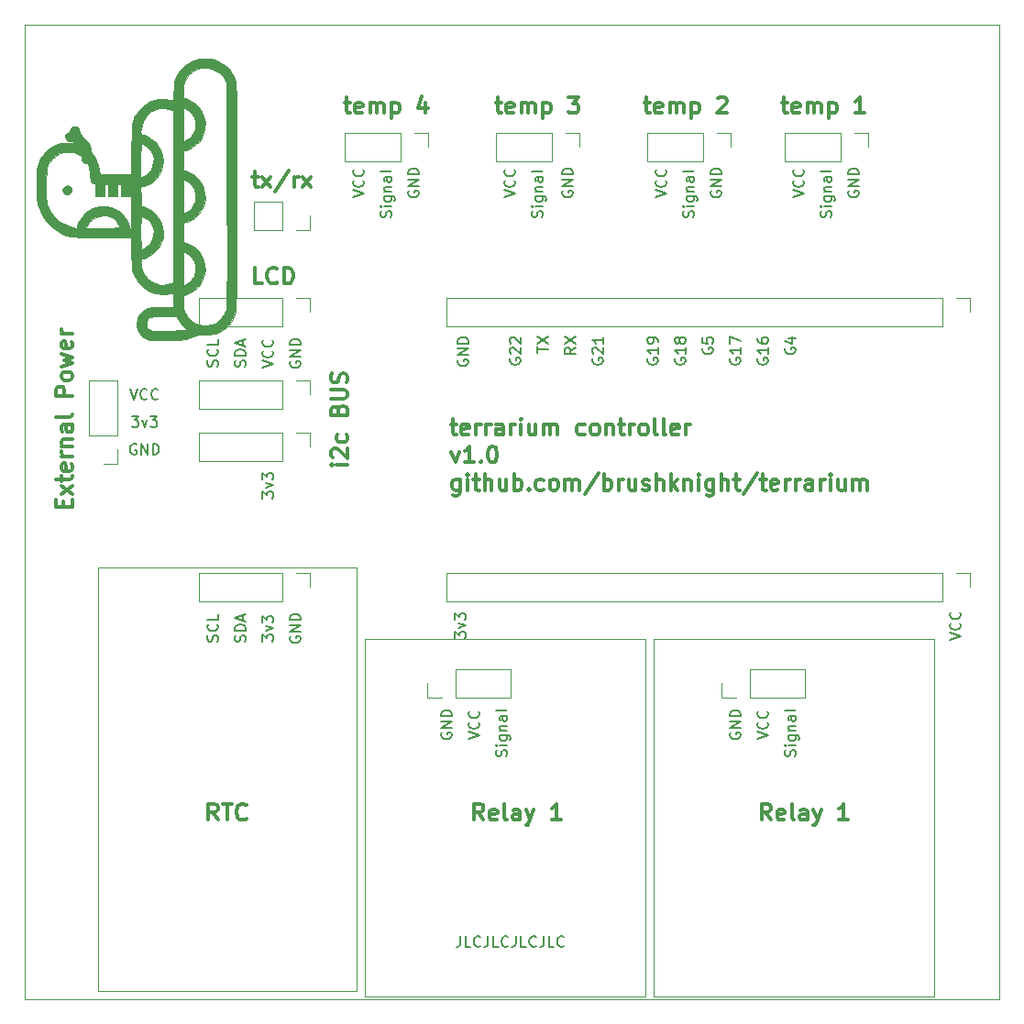
<source format=gbr>
%TF.GenerationSoftware,KiCad,Pcbnew,5.1.10-88a1d61d58~90~ubuntu21.04.1*%
%TF.CreationDate,2021-11-07T22:57:26+01:00*%
%TF.ProjectId,terrarium,74657272-6172-4697-956d-2e6b69636164,rev?*%
%TF.SameCoordinates,Original*%
%TF.FileFunction,Legend,Top*%
%TF.FilePolarity,Positive*%
%FSLAX46Y46*%
G04 Gerber Fmt 4.6, Leading zero omitted, Abs format (unit mm)*
G04 Created by KiCad (PCBNEW 5.1.10-88a1d61d58~90~ubuntu21.04.1) date 2021-11-07 22:57:26*
%MOMM*%
%LPD*%
G01*
G04 APERTURE LIST*
%ADD10C,0.150000*%
%TA.AperFunction,Profile*%
%ADD11C,0.050000*%
%TD*%
%ADD12C,0.300000*%
%ADD13C,0.120000*%
%ADD14C,0.010000*%
G04 APERTURE END LIST*
D10*
X81232952Y-107148380D02*
X81232952Y-107862666D01*
X81185333Y-108005523D01*
X81090095Y-108100761D01*
X80947238Y-108148380D01*
X80852000Y-108148380D01*
X82185333Y-108148380D02*
X81709142Y-108148380D01*
X81709142Y-107148380D01*
X83090095Y-108053142D02*
X83042476Y-108100761D01*
X82899619Y-108148380D01*
X82804380Y-108148380D01*
X82661523Y-108100761D01*
X82566285Y-108005523D01*
X82518666Y-107910285D01*
X82471047Y-107719809D01*
X82471047Y-107576952D01*
X82518666Y-107386476D01*
X82566285Y-107291238D01*
X82661523Y-107196000D01*
X82804380Y-107148380D01*
X82899619Y-107148380D01*
X83042476Y-107196000D01*
X83090095Y-107243619D01*
X83804380Y-107148380D02*
X83804380Y-107862666D01*
X83756761Y-108005523D01*
X83661523Y-108100761D01*
X83518666Y-108148380D01*
X83423428Y-108148380D01*
X84756761Y-108148380D02*
X84280571Y-108148380D01*
X84280571Y-107148380D01*
X85661523Y-108053142D02*
X85613904Y-108100761D01*
X85471047Y-108148380D01*
X85375809Y-108148380D01*
X85232952Y-108100761D01*
X85137714Y-108005523D01*
X85090095Y-107910285D01*
X85042476Y-107719809D01*
X85042476Y-107576952D01*
X85090095Y-107386476D01*
X85137714Y-107291238D01*
X85232952Y-107196000D01*
X85375809Y-107148380D01*
X85471047Y-107148380D01*
X85613904Y-107196000D01*
X85661523Y-107243619D01*
X86375809Y-107148380D02*
X86375809Y-107862666D01*
X86328190Y-108005523D01*
X86232952Y-108100761D01*
X86090095Y-108148380D01*
X85994857Y-108148380D01*
X87328190Y-108148380D02*
X86852000Y-108148380D01*
X86852000Y-107148380D01*
X88232952Y-108053142D02*
X88185333Y-108100761D01*
X88042476Y-108148380D01*
X87947238Y-108148380D01*
X87804380Y-108100761D01*
X87709142Y-108005523D01*
X87661523Y-107910285D01*
X87613904Y-107719809D01*
X87613904Y-107576952D01*
X87661523Y-107386476D01*
X87709142Y-107291238D01*
X87804380Y-107196000D01*
X87947238Y-107148380D01*
X88042476Y-107148380D01*
X88185333Y-107196000D01*
X88232952Y-107243619D01*
X88947238Y-107148380D02*
X88947238Y-107862666D01*
X88899619Y-108005523D01*
X88804380Y-108100761D01*
X88661523Y-108148380D01*
X88566285Y-108148380D01*
X89899619Y-108148380D02*
X89423428Y-108148380D01*
X89423428Y-107148380D01*
X90804380Y-108053142D02*
X90756761Y-108100761D01*
X90613904Y-108148380D01*
X90518666Y-108148380D01*
X90375809Y-108100761D01*
X90280571Y-108005523D01*
X90232952Y-107910285D01*
X90185333Y-107719809D01*
X90185333Y-107576952D01*
X90232952Y-107386476D01*
X90280571Y-107291238D01*
X90375809Y-107196000D01*
X90518666Y-107148380D01*
X90613904Y-107148380D01*
X90756761Y-107196000D01*
X90804380Y-107243619D01*
D11*
X131000000Y-23000000D02*
X41000000Y-23000000D01*
X131000000Y-113000000D02*
X131000000Y-23000000D01*
X41000000Y-113000000D02*
X131000000Y-113000000D01*
X41000000Y-23000000D02*
X41000000Y-113000000D01*
D12*
X44596857Y-67543142D02*
X44596857Y-67043142D01*
X45382571Y-66828857D02*
X45382571Y-67543142D01*
X43882571Y-67543142D01*
X43882571Y-66828857D01*
X45382571Y-66328857D02*
X44382571Y-65543142D01*
X44382571Y-66328857D02*
X45382571Y-65543142D01*
X44382571Y-65186000D02*
X44382571Y-64614571D01*
X43882571Y-64971714D02*
X45168285Y-64971714D01*
X45311142Y-64900285D01*
X45382571Y-64757428D01*
X45382571Y-64614571D01*
X45311142Y-63543142D02*
X45382571Y-63686000D01*
X45382571Y-63971714D01*
X45311142Y-64114571D01*
X45168285Y-64186000D01*
X44596857Y-64186000D01*
X44454000Y-64114571D01*
X44382571Y-63971714D01*
X44382571Y-63686000D01*
X44454000Y-63543142D01*
X44596857Y-63471714D01*
X44739714Y-63471714D01*
X44882571Y-64186000D01*
X45382571Y-62828857D02*
X44382571Y-62828857D01*
X44668285Y-62828857D02*
X44525428Y-62757428D01*
X44454000Y-62686000D01*
X44382571Y-62543142D01*
X44382571Y-62400285D01*
X44382571Y-61900285D02*
X45382571Y-61900285D01*
X44525428Y-61900285D02*
X44454000Y-61828857D01*
X44382571Y-61686000D01*
X44382571Y-61471714D01*
X44454000Y-61328857D01*
X44596857Y-61257428D01*
X45382571Y-61257428D01*
X45382571Y-59900285D02*
X44596857Y-59900285D01*
X44454000Y-59971714D01*
X44382571Y-60114571D01*
X44382571Y-60400285D01*
X44454000Y-60543142D01*
X45311142Y-59900285D02*
X45382571Y-60043142D01*
X45382571Y-60400285D01*
X45311142Y-60543142D01*
X45168285Y-60614571D01*
X45025428Y-60614571D01*
X44882571Y-60543142D01*
X44811142Y-60400285D01*
X44811142Y-60043142D01*
X44739714Y-59900285D01*
X45382571Y-58971714D02*
X45311142Y-59114571D01*
X45168285Y-59186000D01*
X43882571Y-59186000D01*
X45382571Y-57257428D02*
X43882571Y-57257428D01*
X43882571Y-56686000D01*
X43954000Y-56543142D01*
X44025428Y-56471714D01*
X44168285Y-56400285D01*
X44382571Y-56400285D01*
X44525428Y-56471714D01*
X44596857Y-56543142D01*
X44668285Y-56686000D01*
X44668285Y-57257428D01*
X45382571Y-55543142D02*
X45311142Y-55686000D01*
X45239714Y-55757428D01*
X45096857Y-55828857D01*
X44668285Y-55828857D01*
X44525428Y-55757428D01*
X44454000Y-55686000D01*
X44382571Y-55543142D01*
X44382571Y-55328857D01*
X44454000Y-55186000D01*
X44525428Y-55114571D01*
X44668285Y-55043142D01*
X45096857Y-55043142D01*
X45239714Y-55114571D01*
X45311142Y-55186000D01*
X45382571Y-55328857D01*
X45382571Y-55543142D01*
X44382571Y-54543142D02*
X45382571Y-54257428D01*
X44668285Y-53971714D01*
X45382571Y-53686000D01*
X44382571Y-53400285D01*
X45311142Y-52257428D02*
X45382571Y-52400285D01*
X45382571Y-52686000D01*
X45311142Y-52828857D01*
X45168285Y-52900285D01*
X44596857Y-52900285D01*
X44454000Y-52828857D01*
X44382571Y-52686000D01*
X44382571Y-52400285D01*
X44454000Y-52257428D01*
X44596857Y-52186000D01*
X44739714Y-52186000D01*
X44882571Y-52900285D01*
X45382571Y-51543142D02*
X44382571Y-51543142D01*
X44668285Y-51543142D02*
X44525428Y-51471714D01*
X44454000Y-51400285D01*
X44382571Y-51257428D01*
X44382571Y-51114571D01*
D10*
X62952380Y-66722476D02*
X62952380Y-66103428D01*
X63333333Y-66436761D01*
X63333333Y-66293904D01*
X63380952Y-66198666D01*
X63428571Y-66151047D01*
X63523809Y-66103428D01*
X63761904Y-66103428D01*
X63857142Y-66151047D01*
X63904761Y-66198666D01*
X63952380Y-66293904D01*
X63952380Y-66579619D01*
X63904761Y-66674857D01*
X63857142Y-66722476D01*
X63285714Y-65770095D02*
X63952380Y-65532000D01*
X63285714Y-65293904D01*
X62952380Y-65008190D02*
X62952380Y-64389142D01*
X63333333Y-64722476D01*
X63333333Y-64579619D01*
X63380952Y-64484380D01*
X63428571Y-64436761D01*
X63523809Y-64389142D01*
X63761904Y-64389142D01*
X63857142Y-64436761D01*
X63904761Y-64484380D01*
X63952380Y-64579619D01*
X63952380Y-64865333D01*
X63904761Y-64960571D01*
X63857142Y-65008190D01*
X111260000Y-52849976D02*
X111212380Y-52945214D01*
X111212380Y-53088071D01*
X111260000Y-53230928D01*
X111355238Y-53326166D01*
X111450476Y-53373785D01*
X111640952Y-53421404D01*
X111783809Y-53421404D01*
X111974285Y-53373785D01*
X112069523Y-53326166D01*
X112164761Y-53230928D01*
X112212380Y-53088071D01*
X112212380Y-52992833D01*
X112164761Y-52849976D01*
X112117142Y-52802357D01*
X111783809Y-52802357D01*
X111783809Y-52992833D01*
X111545714Y-51945214D02*
X112212380Y-51945214D01*
X111164761Y-52183309D02*
X111879047Y-52421404D01*
X111879047Y-51802357D01*
X103640000Y-52849976D02*
X103592380Y-52945214D01*
X103592380Y-53088071D01*
X103640000Y-53230928D01*
X103735238Y-53326166D01*
X103830476Y-53373785D01*
X104020952Y-53421404D01*
X104163809Y-53421404D01*
X104354285Y-53373785D01*
X104449523Y-53326166D01*
X104544761Y-53230928D01*
X104592380Y-53088071D01*
X104592380Y-52992833D01*
X104544761Y-52849976D01*
X104497142Y-52802357D01*
X104163809Y-52802357D01*
X104163809Y-52992833D01*
X103592380Y-51897595D02*
X103592380Y-52373785D01*
X104068571Y-52421404D01*
X104020952Y-52373785D01*
X103973333Y-52278547D01*
X103973333Y-52040452D01*
X104020952Y-51945214D01*
X104068571Y-51897595D01*
X104163809Y-51849976D01*
X104401904Y-51849976D01*
X104497142Y-51897595D01*
X104544761Y-51945214D01*
X104592380Y-52040452D01*
X104592380Y-52278547D01*
X104544761Y-52373785D01*
X104497142Y-52421404D01*
X91892380Y-52802357D02*
X91416190Y-53135690D01*
X91892380Y-53373785D02*
X90892380Y-53373785D01*
X90892380Y-52992833D01*
X90940000Y-52897595D01*
X90987619Y-52849976D01*
X91082857Y-52802357D01*
X91225714Y-52802357D01*
X91320952Y-52849976D01*
X91368571Y-52897595D01*
X91416190Y-52992833D01*
X91416190Y-53373785D01*
X90892380Y-52469023D02*
X91892380Y-51802357D01*
X90892380Y-51802357D02*
X91892380Y-52469023D01*
X88352380Y-53278547D02*
X88352380Y-52707119D01*
X89352380Y-52992833D02*
X88352380Y-52992833D01*
X88352380Y-52469023D02*
X89352380Y-51802357D01*
X88352380Y-51802357D02*
X89352380Y-52469023D01*
D12*
X110915142Y-30158571D02*
X111486571Y-30158571D01*
X111129428Y-29658571D02*
X111129428Y-30944285D01*
X111200857Y-31087142D01*
X111343714Y-31158571D01*
X111486571Y-31158571D01*
X112558000Y-31087142D02*
X112415142Y-31158571D01*
X112129428Y-31158571D01*
X111986571Y-31087142D01*
X111915142Y-30944285D01*
X111915142Y-30372857D01*
X111986571Y-30230000D01*
X112129428Y-30158571D01*
X112415142Y-30158571D01*
X112558000Y-30230000D01*
X112629428Y-30372857D01*
X112629428Y-30515714D01*
X111915142Y-30658571D01*
X113272285Y-31158571D02*
X113272285Y-30158571D01*
X113272285Y-30301428D02*
X113343714Y-30230000D01*
X113486571Y-30158571D01*
X113700857Y-30158571D01*
X113843714Y-30230000D01*
X113915142Y-30372857D01*
X113915142Y-31158571D01*
X113915142Y-30372857D02*
X113986571Y-30230000D01*
X114129428Y-30158571D01*
X114343714Y-30158571D01*
X114486571Y-30230000D01*
X114558000Y-30372857D01*
X114558000Y-31158571D01*
X115272285Y-30158571D02*
X115272285Y-31658571D01*
X115272285Y-30230000D02*
X115415142Y-30158571D01*
X115700857Y-30158571D01*
X115843714Y-30230000D01*
X115915142Y-30301428D01*
X115986571Y-30444285D01*
X115986571Y-30872857D01*
X115915142Y-31015714D01*
X115843714Y-31087142D01*
X115700857Y-31158571D01*
X115415142Y-31158571D01*
X115272285Y-31087142D01*
X118558000Y-31158571D02*
X117700857Y-31158571D01*
X118129428Y-31158571D02*
X118129428Y-29658571D01*
X117986571Y-29872857D01*
X117843714Y-30015714D01*
X117700857Y-30087142D01*
X98215142Y-30158571D02*
X98786571Y-30158571D01*
X98429428Y-29658571D02*
X98429428Y-30944285D01*
X98500857Y-31087142D01*
X98643714Y-31158571D01*
X98786571Y-31158571D01*
X99858000Y-31087142D02*
X99715142Y-31158571D01*
X99429428Y-31158571D01*
X99286571Y-31087142D01*
X99215142Y-30944285D01*
X99215142Y-30372857D01*
X99286571Y-30230000D01*
X99429428Y-30158571D01*
X99715142Y-30158571D01*
X99858000Y-30230000D01*
X99929428Y-30372857D01*
X99929428Y-30515714D01*
X99215142Y-30658571D01*
X100572285Y-31158571D02*
X100572285Y-30158571D01*
X100572285Y-30301428D02*
X100643714Y-30230000D01*
X100786571Y-30158571D01*
X101000857Y-30158571D01*
X101143714Y-30230000D01*
X101215142Y-30372857D01*
X101215142Y-31158571D01*
X101215142Y-30372857D02*
X101286571Y-30230000D01*
X101429428Y-30158571D01*
X101643714Y-30158571D01*
X101786571Y-30230000D01*
X101858000Y-30372857D01*
X101858000Y-31158571D01*
X102572285Y-30158571D02*
X102572285Y-31658571D01*
X102572285Y-30230000D02*
X102715142Y-30158571D01*
X103000857Y-30158571D01*
X103143714Y-30230000D01*
X103215142Y-30301428D01*
X103286571Y-30444285D01*
X103286571Y-30872857D01*
X103215142Y-31015714D01*
X103143714Y-31087142D01*
X103000857Y-31158571D01*
X102715142Y-31158571D01*
X102572285Y-31087142D01*
X105000857Y-29801428D02*
X105072285Y-29730000D01*
X105215142Y-29658571D01*
X105572285Y-29658571D01*
X105715142Y-29730000D01*
X105786571Y-29801428D01*
X105858000Y-29944285D01*
X105858000Y-30087142D01*
X105786571Y-30301428D01*
X104929428Y-31158571D01*
X105858000Y-31158571D01*
X84499142Y-30158571D02*
X85070571Y-30158571D01*
X84713428Y-29658571D02*
X84713428Y-30944285D01*
X84784857Y-31087142D01*
X84927714Y-31158571D01*
X85070571Y-31158571D01*
X86142000Y-31087142D02*
X85999142Y-31158571D01*
X85713428Y-31158571D01*
X85570571Y-31087142D01*
X85499142Y-30944285D01*
X85499142Y-30372857D01*
X85570571Y-30230000D01*
X85713428Y-30158571D01*
X85999142Y-30158571D01*
X86142000Y-30230000D01*
X86213428Y-30372857D01*
X86213428Y-30515714D01*
X85499142Y-30658571D01*
X86856285Y-31158571D02*
X86856285Y-30158571D01*
X86856285Y-30301428D02*
X86927714Y-30230000D01*
X87070571Y-30158571D01*
X87284857Y-30158571D01*
X87427714Y-30230000D01*
X87499142Y-30372857D01*
X87499142Y-31158571D01*
X87499142Y-30372857D02*
X87570571Y-30230000D01*
X87713428Y-30158571D01*
X87927714Y-30158571D01*
X88070571Y-30230000D01*
X88142000Y-30372857D01*
X88142000Y-31158571D01*
X88856285Y-30158571D02*
X88856285Y-31658571D01*
X88856285Y-30230000D02*
X88999142Y-30158571D01*
X89284857Y-30158571D01*
X89427714Y-30230000D01*
X89499142Y-30301428D01*
X89570571Y-30444285D01*
X89570571Y-30872857D01*
X89499142Y-31015714D01*
X89427714Y-31087142D01*
X89284857Y-31158571D01*
X88999142Y-31158571D01*
X88856285Y-31087142D01*
X91213428Y-29658571D02*
X92142000Y-29658571D01*
X91642000Y-30230000D01*
X91856285Y-30230000D01*
X91999142Y-30301428D01*
X92070571Y-30372857D01*
X92142000Y-30515714D01*
X92142000Y-30872857D01*
X92070571Y-31015714D01*
X91999142Y-31087142D01*
X91856285Y-31158571D01*
X91427714Y-31158571D01*
X91284857Y-31087142D01*
X91213428Y-31015714D01*
X70529142Y-30158571D02*
X71100571Y-30158571D01*
X70743428Y-29658571D02*
X70743428Y-30944285D01*
X70814857Y-31087142D01*
X70957714Y-31158571D01*
X71100571Y-31158571D01*
X72172000Y-31087142D02*
X72029142Y-31158571D01*
X71743428Y-31158571D01*
X71600571Y-31087142D01*
X71529142Y-30944285D01*
X71529142Y-30372857D01*
X71600571Y-30230000D01*
X71743428Y-30158571D01*
X72029142Y-30158571D01*
X72172000Y-30230000D01*
X72243428Y-30372857D01*
X72243428Y-30515714D01*
X71529142Y-30658571D01*
X72886285Y-31158571D02*
X72886285Y-30158571D01*
X72886285Y-30301428D02*
X72957714Y-30230000D01*
X73100571Y-30158571D01*
X73314857Y-30158571D01*
X73457714Y-30230000D01*
X73529142Y-30372857D01*
X73529142Y-31158571D01*
X73529142Y-30372857D02*
X73600571Y-30230000D01*
X73743428Y-30158571D01*
X73957714Y-30158571D01*
X74100571Y-30230000D01*
X74172000Y-30372857D01*
X74172000Y-31158571D01*
X74886285Y-30158571D02*
X74886285Y-31658571D01*
X74886285Y-30230000D02*
X75029142Y-30158571D01*
X75314857Y-30158571D01*
X75457714Y-30230000D01*
X75529142Y-30301428D01*
X75600571Y-30444285D01*
X75600571Y-30872857D01*
X75529142Y-31015714D01*
X75457714Y-31087142D01*
X75314857Y-31158571D01*
X75029142Y-31158571D01*
X74886285Y-31087142D01*
X78029142Y-30158571D02*
X78029142Y-31158571D01*
X77672000Y-29587142D02*
X77314857Y-30658571D01*
X78243428Y-30658571D01*
X62020000Y-37016571D02*
X62591428Y-37016571D01*
X62234285Y-36516571D02*
X62234285Y-37802285D01*
X62305714Y-37945142D01*
X62448571Y-38016571D01*
X62591428Y-38016571D01*
X62948571Y-38016571D02*
X63734285Y-37016571D01*
X62948571Y-37016571D02*
X63734285Y-38016571D01*
X65377142Y-36445142D02*
X64091428Y-38373714D01*
X65877142Y-38016571D02*
X65877142Y-37016571D01*
X65877142Y-37302285D02*
X65948571Y-37159428D01*
X66020000Y-37088000D01*
X66162857Y-37016571D01*
X66305714Y-37016571D01*
X66662857Y-38016571D02*
X67448571Y-37016571D01*
X66662857Y-37016571D02*
X67448571Y-38016571D01*
X70782571Y-63614571D02*
X69782571Y-63614571D01*
X69282571Y-63614571D02*
X69354000Y-63686000D01*
X69425428Y-63614571D01*
X69354000Y-63543142D01*
X69282571Y-63614571D01*
X69425428Y-63614571D01*
X69425428Y-62971714D02*
X69354000Y-62900285D01*
X69282571Y-62757428D01*
X69282571Y-62400285D01*
X69354000Y-62257428D01*
X69425428Y-62186000D01*
X69568285Y-62114571D01*
X69711142Y-62114571D01*
X69925428Y-62186000D01*
X70782571Y-63043142D01*
X70782571Y-62114571D01*
X70711142Y-60828857D02*
X70782571Y-60971714D01*
X70782571Y-61257428D01*
X70711142Y-61400285D01*
X70639714Y-61471714D01*
X70496857Y-61543142D01*
X70068285Y-61543142D01*
X69925428Y-61471714D01*
X69854000Y-61400285D01*
X69782571Y-61257428D01*
X69782571Y-60971714D01*
X69854000Y-60828857D01*
X69996857Y-58543142D02*
X70068285Y-58328857D01*
X70139714Y-58257428D01*
X70282571Y-58186000D01*
X70496857Y-58186000D01*
X70639714Y-58257428D01*
X70711142Y-58328857D01*
X70782571Y-58471714D01*
X70782571Y-59043142D01*
X69282571Y-59043142D01*
X69282571Y-58543142D01*
X69354000Y-58400285D01*
X69425428Y-58328857D01*
X69568285Y-58257428D01*
X69711142Y-58257428D01*
X69854000Y-58328857D01*
X69925428Y-58400285D01*
X69996857Y-58543142D01*
X69996857Y-59043142D01*
X69282571Y-57543142D02*
X70496857Y-57543142D01*
X70639714Y-57471714D01*
X70711142Y-57400285D01*
X70782571Y-57257428D01*
X70782571Y-56971714D01*
X70711142Y-56828857D01*
X70639714Y-56757428D01*
X70496857Y-56686000D01*
X69282571Y-56686000D01*
X70711142Y-56043142D02*
X70782571Y-55828857D01*
X70782571Y-55471714D01*
X70711142Y-55328857D01*
X70639714Y-55257428D01*
X70496857Y-55186000D01*
X70354000Y-55186000D01*
X70211142Y-55257428D01*
X70139714Y-55328857D01*
X70068285Y-55471714D01*
X69996857Y-55757428D01*
X69925428Y-55900285D01*
X69854000Y-55971714D01*
X69711142Y-56043142D01*
X69568285Y-56043142D01*
X69425428Y-55971714D01*
X69354000Y-55900285D01*
X69282571Y-55757428D01*
X69282571Y-55400285D01*
X69354000Y-55186000D01*
D13*
X72390000Y-79756000D02*
X72390000Y-112776000D01*
X72390000Y-112776000D02*
X98298000Y-112776000D01*
D12*
X83379857Y-96436571D02*
X82879857Y-95722285D01*
X82522714Y-96436571D02*
X82522714Y-94936571D01*
X83094142Y-94936571D01*
X83237000Y-95008000D01*
X83308428Y-95079428D01*
X83379857Y-95222285D01*
X83379857Y-95436571D01*
X83308428Y-95579428D01*
X83237000Y-95650857D01*
X83094142Y-95722285D01*
X82522714Y-95722285D01*
X84594142Y-96365142D02*
X84451285Y-96436571D01*
X84165571Y-96436571D01*
X84022714Y-96365142D01*
X83951285Y-96222285D01*
X83951285Y-95650857D01*
X84022714Y-95508000D01*
X84165571Y-95436571D01*
X84451285Y-95436571D01*
X84594142Y-95508000D01*
X84665571Y-95650857D01*
X84665571Y-95793714D01*
X83951285Y-95936571D01*
X85522714Y-96436571D02*
X85379857Y-96365142D01*
X85308428Y-96222285D01*
X85308428Y-94936571D01*
X86737000Y-96436571D02*
X86737000Y-95650857D01*
X86665571Y-95508000D01*
X86522714Y-95436571D01*
X86237000Y-95436571D01*
X86094142Y-95508000D01*
X86737000Y-96365142D02*
X86594142Y-96436571D01*
X86237000Y-96436571D01*
X86094142Y-96365142D01*
X86022714Y-96222285D01*
X86022714Y-96079428D01*
X86094142Y-95936571D01*
X86237000Y-95865142D01*
X86594142Y-95865142D01*
X86737000Y-95793714D01*
X87308428Y-95436571D02*
X87665571Y-96436571D01*
X88022714Y-95436571D02*
X87665571Y-96436571D01*
X87522714Y-96793714D01*
X87451285Y-96865142D01*
X87308428Y-96936571D01*
X90522714Y-96436571D02*
X89665571Y-96436571D01*
X90094142Y-96436571D02*
X90094142Y-94936571D01*
X89951285Y-95150857D01*
X89808428Y-95293714D01*
X89665571Y-95365142D01*
D13*
X98298000Y-112776000D02*
X98298000Y-79756000D01*
X98298000Y-79756000D02*
X72390000Y-79756000D01*
D10*
X80732380Y-79676476D02*
X80732380Y-79057428D01*
X81113333Y-79390761D01*
X81113333Y-79247904D01*
X81160952Y-79152666D01*
X81208571Y-79105047D01*
X81303809Y-79057428D01*
X81541904Y-79057428D01*
X81637142Y-79105047D01*
X81684761Y-79152666D01*
X81732380Y-79247904D01*
X81732380Y-79533619D01*
X81684761Y-79628857D01*
X81637142Y-79676476D01*
X81065714Y-78724095D02*
X81732380Y-78486000D01*
X81065714Y-78247904D01*
X80732380Y-77962190D02*
X80732380Y-77343142D01*
X81113333Y-77676476D01*
X81113333Y-77533619D01*
X81160952Y-77438380D01*
X81208571Y-77390761D01*
X81303809Y-77343142D01*
X81541904Y-77343142D01*
X81637142Y-77390761D01*
X81684761Y-77438380D01*
X81732380Y-77533619D01*
X81732380Y-77819333D01*
X81684761Y-77914571D01*
X81637142Y-77962190D01*
X61364761Y-54554285D02*
X61412380Y-54411428D01*
X61412380Y-54173333D01*
X61364761Y-54078095D01*
X61317142Y-54030476D01*
X61221904Y-53982857D01*
X61126666Y-53982857D01*
X61031428Y-54030476D01*
X60983809Y-54078095D01*
X60936190Y-54173333D01*
X60888571Y-54363809D01*
X60840952Y-54459047D01*
X60793333Y-54506666D01*
X60698095Y-54554285D01*
X60602857Y-54554285D01*
X60507619Y-54506666D01*
X60460000Y-54459047D01*
X60412380Y-54363809D01*
X60412380Y-54125714D01*
X60460000Y-53982857D01*
X61412380Y-53554285D02*
X60412380Y-53554285D01*
X60412380Y-53316190D01*
X60460000Y-53173333D01*
X60555238Y-53078095D01*
X60650476Y-53030476D01*
X60840952Y-52982857D01*
X60983809Y-52982857D01*
X61174285Y-53030476D01*
X61269523Y-53078095D01*
X61364761Y-53173333D01*
X61412380Y-53316190D01*
X61412380Y-53554285D01*
X61126666Y-52601904D02*
X61126666Y-52125714D01*
X61412380Y-52697142D02*
X60412380Y-52363809D01*
X61412380Y-52030476D01*
X58824761Y-54530476D02*
X58872380Y-54387619D01*
X58872380Y-54149523D01*
X58824761Y-54054285D01*
X58777142Y-54006666D01*
X58681904Y-53959047D01*
X58586666Y-53959047D01*
X58491428Y-54006666D01*
X58443809Y-54054285D01*
X58396190Y-54149523D01*
X58348571Y-54340000D01*
X58300952Y-54435238D01*
X58253333Y-54482857D01*
X58158095Y-54530476D01*
X58062857Y-54530476D01*
X57967619Y-54482857D01*
X57920000Y-54435238D01*
X57872380Y-54340000D01*
X57872380Y-54101904D01*
X57920000Y-53959047D01*
X58777142Y-52959047D02*
X58824761Y-53006666D01*
X58872380Y-53149523D01*
X58872380Y-53244761D01*
X58824761Y-53387619D01*
X58729523Y-53482857D01*
X58634285Y-53530476D01*
X58443809Y-53578095D01*
X58300952Y-53578095D01*
X58110476Y-53530476D01*
X58015238Y-53482857D01*
X57920000Y-53387619D01*
X57872380Y-53244761D01*
X57872380Y-53149523D01*
X57920000Y-53006666D01*
X57967619Y-52959047D01*
X58872380Y-52054285D02*
X58872380Y-52530476D01*
X57872380Y-52530476D01*
X65540000Y-54101904D02*
X65492380Y-54197142D01*
X65492380Y-54340000D01*
X65540000Y-54482857D01*
X65635238Y-54578095D01*
X65730476Y-54625714D01*
X65920952Y-54673333D01*
X66063809Y-54673333D01*
X66254285Y-54625714D01*
X66349523Y-54578095D01*
X66444761Y-54482857D01*
X66492380Y-54340000D01*
X66492380Y-54244761D01*
X66444761Y-54101904D01*
X66397142Y-54054285D01*
X66063809Y-54054285D01*
X66063809Y-54244761D01*
X66492380Y-53625714D02*
X65492380Y-53625714D01*
X66492380Y-53054285D01*
X65492380Y-53054285D01*
X66492380Y-52578095D02*
X65492380Y-52578095D01*
X65492380Y-52340000D01*
X65540000Y-52197142D01*
X65635238Y-52101904D01*
X65730476Y-52054285D01*
X65920952Y-52006666D01*
X66063809Y-52006666D01*
X66254285Y-52054285D01*
X66349523Y-52101904D01*
X66444761Y-52197142D01*
X66492380Y-52340000D01*
X66492380Y-52578095D01*
X62952380Y-54673333D02*
X63952380Y-54340000D01*
X62952380Y-54006666D01*
X63857142Y-53101904D02*
X63904761Y-53149523D01*
X63952380Y-53292380D01*
X63952380Y-53387619D01*
X63904761Y-53530476D01*
X63809523Y-53625714D01*
X63714285Y-53673333D01*
X63523809Y-53720952D01*
X63380952Y-53720952D01*
X63190476Y-53673333D01*
X63095238Y-53625714D01*
X63000000Y-53530476D01*
X62952380Y-53387619D01*
X62952380Y-53292380D01*
X63000000Y-53149523D01*
X63047619Y-53101904D01*
X63857142Y-52101904D02*
X63904761Y-52149523D01*
X63952380Y-52292380D01*
X63952380Y-52387619D01*
X63904761Y-52530476D01*
X63809523Y-52625714D01*
X63714285Y-52673333D01*
X63523809Y-52720952D01*
X63380952Y-52720952D01*
X63190476Y-52673333D01*
X63095238Y-52625714D01*
X63000000Y-52530476D01*
X62952380Y-52387619D01*
X62952380Y-52292380D01*
X63000000Y-52149523D01*
X63047619Y-52101904D01*
X108720000Y-53802357D02*
X108672380Y-53897595D01*
X108672380Y-54040452D01*
X108720000Y-54183309D01*
X108815238Y-54278547D01*
X108910476Y-54326166D01*
X109100952Y-54373785D01*
X109243809Y-54373785D01*
X109434285Y-54326166D01*
X109529523Y-54278547D01*
X109624761Y-54183309D01*
X109672380Y-54040452D01*
X109672380Y-53945214D01*
X109624761Y-53802357D01*
X109577142Y-53754738D01*
X109243809Y-53754738D01*
X109243809Y-53945214D01*
X109672380Y-52802357D02*
X109672380Y-53373785D01*
X109672380Y-53088071D02*
X108672380Y-53088071D01*
X108815238Y-53183309D01*
X108910476Y-53278547D01*
X108958095Y-53373785D01*
X108672380Y-51945214D02*
X108672380Y-52135690D01*
X108720000Y-52230928D01*
X108767619Y-52278547D01*
X108910476Y-52373785D01*
X109100952Y-52421404D01*
X109481904Y-52421404D01*
X109577142Y-52373785D01*
X109624761Y-52326166D01*
X109672380Y-52230928D01*
X109672380Y-52040452D01*
X109624761Y-51945214D01*
X109577142Y-51897595D01*
X109481904Y-51849976D01*
X109243809Y-51849976D01*
X109148571Y-51897595D01*
X109100952Y-51945214D01*
X109053333Y-52040452D01*
X109053333Y-52230928D01*
X109100952Y-52326166D01*
X109148571Y-52373785D01*
X109243809Y-52421404D01*
X106180000Y-53802357D02*
X106132380Y-53897595D01*
X106132380Y-54040452D01*
X106180000Y-54183309D01*
X106275238Y-54278547D01*
X106370476Y-54326166D01*
X106560952Y-54373785D01*
X106703809Y-54373785D01*
X106894285Y-54326166D01*
X106989523Y-54278547D01*
X107084761Y-54183309D01*
X107132380Y-54040452D01*
X107132380Y-53945214D01*
X107084761Y-53802357D01*
X107037142Y-53754738D01*
X106703809Y-53754738D01*
X106703809Y-53945214D01*
X107132380Y-52802357D02*
X107132380Y-53373785D01*
X107132380Y-53088071D02*
X106132380Y-53088071D01*
X106275238Y-53183309D01*
X106370476Y-53278547D01*
X106418095Y-53373785D01*
X106132380Y-52469023D02*
X106132380Y-51802357D01*
X107132380Y-52230928D01*
X101100000Y-53802357D02*
X101052380Y-53897595D01*
X101052380Y-54040452D01*
X101100000Y-54183309D01*
X101195238Y-54278547D01*
X101290476Y-54326166D01*
X101480952Y-54373785D01*
X101623809Y-54373785D01*
X101814285Y-54326166D01*
X101909523Y-54278547D01*
X102004761Y-54183309D01*
X102052380Y-54040452D01*
X102052380Y-53945214D01*
X102004761Y-53802357D01*
X101957142Y-53754738D01*
X101623809Y-53754738D01*
X101623809Y-53945214D01*
X102052380Y-52802357D02*
X102052380Y-53373785D01*
X102052380Y-53088071D02*
X101052380Y-53088071D01*
X101195238Y-53183309D01*
X101290476Y-53278547D01*
X101338095Y-53373785D01*
X101480952Y-52230928D02*
X101433333Y-52326166D01*
X101385714Y-52373785D01*
X101290476Y-52421404D01*
X101242857Y-52421404D01*
X101147619Y-52373785D01*
X101100000Y-52326166D01*
X101052380Y-52230928D01*
X101052380Y-52040452D01*
X101100000Y-51945214D01*
X101147619Y-51897595D01*
X101242857Y-51849976D01*
X101290476Y-51849976D01*
X101385714Y-51897595D01*
X101433333Y-51945214D01*
X101480952Y-52040452D01*
X101480952Y-52230928D01*
X101528571Y-52326166D01*
X101576190Y-52373785D01*
X101671428Y-52421404D01*
X101861904Y-52421404D01*
X101957142Y-52373785D01*
X102004761Y-52326166D01*
X102052380Y-52230928D01*
X102052380Y-52040452D01*
X102004761Y-51945214D01*
X101957142Y-51897595D01*
X101861904Y-51849976D01*
X101671428Y-51849976D01*
X101576190Y-51897595D01*
X101528571Y-51945214D01*
X101480952Y-52040452D01*
X98560000Y-53802357D02*
X98512380Y-53897595D01*
X98512380Y-54040452D01*
X98560000Y-54183309D01*
X98655238Y-54278547D01*
X98750476Y-54326166D01*
X98940952Y-54373785D01*
X99083809Y-54373785D01*
X99274285Y-54326166D01*
X99369523Y-54278547D01*
X99464761Y-54183309D01*
X99512380Y-54040452D01*
X99512380Y-53945214D01*
X99464761Y-53802357D01*
X99417142Y-53754738D01*
X99083809Y-53754738D01*
X99083809Y-53945214D01*
X99512380Y-52802357D02*
X99512380Y-53373785D01*
X99512380Y-53088071D02*
X98512380Y-53088071D01*
X98655238Y-53183309D01*
X98750476Y-53278547D01*
X98798095Y-53373785D01*
X99512380Y-52326166D02*
X99512380Y-52135690D01*
X99464761Y-52040452D01*
X99417142Y-51992833D01*
X99274285Y-51897595D01*
X99083809Y-51849976D01*
X98702857Y-51849976D01*
X98607619Y-51897595D01*
X98560000Y-51945214D01*
X98512380Y-52040452D01*
X98512380Y-52230928D01*
X98560000Y-52326166D01*
X98607619Y-52373785D01*
X98702857Y-52421404D01*
X98940952Y-52421404D01*
X99036190Y-52373785D01*
X99083809Y-52326166D01*
X99131428Y-52230928D01*
X99131428Y-52040452D01*
X99083809Y-51945214D01*
X99036190Y-51897595D01*
X98940952Y-51849976D01*
X93480000Y-53802357D02*
X93432380Y-53897595D01*
X93432380Y-54040452D01*
X93480000Y-54183309D01*
X93575238Y-54278547D01*
X93670476Y-54326166D01*
X93860952Y-54373785D01*
X94003809Y-54373785D01*
X94194285Y-54326166D01*
X94289523Y-54278547D01*
X94384761Y-54183309D01*
X94432380Y-54040452D01*
X94432380Y-53945214D01*
X94384761Y-53802357D01*
X94337142Y-53754738D01*
X94003809Y-53754738D01*
X94003809Y-53945214D01*
X93527619Y-53373785D02*
X93480000Y-53326166D01*
X93432380Y-53230928D01*
X93432380Y-52992833D01*
X93480000Y-52897595D01*
X93527619Y-52849976D01*
X93622857Y-52802357D01*
X93718095Y-52802357D01*
X93860952Y-52849976D01*
X94432380Y-53421404D01*
X94432380Y-52802357D01*
X94432380Y-51849976D02*
X94432380Y-52421404D01*
X94432380Y-52135690D02*
X93432380Y-52135690D01*
X93575238Y-52230928D01*
X93670476Y-52326166D01*
X93718095Y-52421404D01*
X85860000Y-53802357D02*
X85812380Y-53897595D01*
X85812380Y-54040452D01*
X85860000Y-54183309D01*
X85955238Y-54278547D01*
X86050476Y-54326166D01*
X86240952Y-54373785D01*
X86383809Y-54373785D01*
X86574285Y-54326166D01*
X86669523Y-54278547D01*
X86764761Y-54183309D01*
X86812380Y-54040452D01*
X86812380Y-53945214D01*
X86764761Y-53802357D01*
X86717142Y-53754738D01*
X86383809Y-53754738D01*
X86383809Y-53945214D01*
X85907619Y-53373785D02*
X85860000Y-53326166D01*
X85812380Y-53230928D01*
X85812380Y-52992833D01*
X85860000Y-52897595D01*
X85907619Y-52849976D01*
X86002857Y-52802357D01*
X86098095Y-52802357D01*
X86240952Y-52849976D01*
X86812380Y-53421404D01*
X86812380Y-52802357D01*
X85907619Y-52421404D02*
X85860000Y-52373785D01*
X85812380Y-52278547D01*
X85812380Y-52040452D01*
X85860000Y-51945214D01*
X85907619Y-51897595D01*
X86002857Y-51849976D01*
X86098095Y-51849976D01*
X86240952Y-51897595D01*
X86812380Y-52469023D01*
X86812380Y-51849976D01*
X81034000Y-53945214D02*
X80986380Y-54040452D01*
X80986380Y-54183309D01*
X81034000Y-54326166D01*
X81129238Y-54421404D01*
X81224476Y-54469023D01*
X81414952Y-54516642D01*
X81557809Y-54516642D01*
X81748285Y-54469023D01*
X81843523Y-54421404D01*
X81938761Y-54326166D01*
X81986380Y-54183309D01*
X81986380Y-54088071D01*
X81938761Y-53945214D01*
X81891142Y-53897595D01*
X81557809Y-53897595D01*
X81557809Y-54088071D01*
X81986380Y-53469023D02*
X80986380Y-53469023D01*
X81986380Y-52897595D01*
X80986380Y-52897595D01*
X81986380Y-52421404D02*
X80986380Y-52421404D01*
X80986380Y-52183309D01*
X81034000Y-52040452D01*
X81129238Y-51945214D01*
X81224476Y-51897595D01*
X81414952Y-51849976D01*
X81557809Y-51849976D01*
X81748285Y-51897595D01*
X81843523Y-51945214D01*
X81938761Y-52040452D01*
X81986380Y-52183309D01*
X81986380Y-52421404D01*
X126452380Y-79819333D02*
X127452380Y-79486000D01*
X126452380Y-79152666D01*
X127357142Y-78247904D02*
X127404761Y-78295523D01*
X127452380Y-78438380D01*
X127452380Y-78533619D01*
X127404761Y-78676476D01*
X127309523Y-78771714D01*
X127214285Y-78819333D01*
X127023809Y-78866952D01*
X126880952Y-78866952D01*
X126690476Y-78819333D01*
X126595238Y-78771714D01*
X126500000Y-78676476D01*
X126452380Y-78533619D01*
X126452380Y-78438380D01*
X126500000Y-78295523D01*
X126547619Y-78247904D01*
X127357142Y-77247904D02*
X127404761Y-77295523D01*
X127452380Y-77438380D01*
X127452380Y-77533619D01*
X127404761Y-77676476D01*
X127309523Y-77771714D01*
X127214285Y-77819333D01*
X127023809Y-77866952D01*
X126880952Y-77866952D01*
X126690476Y-77819333D01*
X126595238Y-77771714D01*
X126500000Y-77676476D01*
X126452380Y-77533619D01*
X126452380Y-77438380D01*
X126500000Y-77295523D01*
X126547619Y-77247904D01*
X111974380Y-38925333D02*
X112974380Y-38592000D01*
X111974380Y-38258666D01*
X112879142Y-37353904D02*
X112926761Y-37401523D01*
X112974380Y-37544380D01*
X112974380Y-37639619D01*
X112926761Y-37782476D01*
X112831523Y-37877714D01*
X112736285Y-37925333D01*
X112545809Y-37972952D01*
X112402952Y-37972952D01*
X112212476Y-37925333D01*
X112117238Y-37877714D01*
X112022000Y-37782476D01*
X111974380Y-37639619D01*
X111974380Y-37544380D01*
X112022000Y-37401523D01*
X112069619Y-37353904D01*
X112879142Y-36353904D02*
X112926761Y-36401523D01*
X112974380Y-36544380D01*
X112974380Y-36639619D01*
X112926761Y-36782476D01*
X112831523Y-36877714D01*
X112736285Y-36925333D01*
X112545809Y-36972952D01*
X112402952Y-36972952D01*
X112212476Y-36925333D01*
X112117238Y-36877714D01*
X112022000Y-36782476D01*
X111974380Y-36639619D01*
X111974380Y-36544380D01*
X112022000Y-36401523D01*
X112069619Y-36353904D01*
X99274380Y-38925333D02*
X100274380Y-38592000D01*
X99274380Y-38258666D01*
X100179142Y-37353904D02*
X100226761Y-37401523D01*
X100274380Y-37544380D01*
X100274380Y-37639619D01*
X100226761Y-37782476D01*
X100131523Y-37877714D01*
X100036285Y-37925333D01*
X99845809Y-37972952D01*
X99702952Y-37972952D01*
X99512476Y-37925333D01*
X99417238Y-37877714D01*
X99322000Y-37782476D01*
X99274380Y-37639619D01*
X99274380Y-37544380D01*
X99322000Y-37401523D01*
X99369619Y-37353904D01*
X100179142Y-36353904D02*
X100226761Y-36401523D01*
X100274380Y-36544380D01*
X100274380Y-36639619D01*
X100226761Y-36782476D01*
X100131523Y-36877714D01*
X100036285Y-36925333D01*
X99845809Y-36972952D01*
X99702952Y-36972952D01*
X99512476Y-36925333D01*
X99417238Y-36877714D01*
X99322000Y-36782476D01*
X99274380Y-36639619D01*
X99274380Y-36544380D01*
X99322000Y-36401523D01*
X99369619Y-36353904D01*
X85304380Y-38925333D02*
X86304380Y-38592000D01*
X85304380Y-38258666D01*
X86209142Y-37353904D02*
X86256761Y-37401523D01*
X86304380Y-37544380D01*
X86304380Y-37639619D01*
X86256761Y-37782476D01*
X86161523Y-37877714D01*
X86066285Y-37925333D01*
X85875809Y-37972952D01*
X85732952Y-37972952D01*
X85542476Y-37925333D01*
X85447238Y-37877714D01*
X85352000Y-37782476D01*
X85304380Y-37639619D01*
X85304380Y-37544380D01*
X85352000Y-37401523D01*
X85399619Y-37353904D01*
X86209142Y-36353904D02*
X86256761Y-36401523D01*
X86304380Y-36544380D01*
X86304380Y-36639619D01*
X86256761Y-36782476D01*
X86161523Y-36877714D01*
X86066285Y-36925333D01*
X85875809Y-36972952D01*
X85732952Y-36972952D01*
X85542476Y-36925333D01*
X85447238Y-36877714D01*
X85352000Y-36782476D01*
X85304380Y-36639619D01*
X85304380Y-36544380D01*
X85352000Y-36401523D01*
X85399619Y-36353904D01*
X71334380Y-38925333D02*
X72334380Y-38592000D01*
X71334380Y-38258666D01*
X72239142Y-37353904D02*
X72286761Y-37401523D01*
X72334380Y-37544380D01*
X72334380Y-37639619D01*
X72286761Y-37782476D01*
X72191523Y-37877714D01*
X72096285Y-37925333D01*
X71905809Y-37972952D01*
X71762952Y-37972952D01*
X71572476Y-37925333D01*
X71477238Y-37877714D01*
X71382000Y-37782476D01*
X71334380Y-37639619D01*
X71334380Y-37544380D01*
X71382000Y-37401523D01*
X71429619Y-37353904D01*
X72239142Y-36353904D02*
X72286761Y-36401523D01*
X72334380Y-36544380D01*
X72334380Y-36639619D01*
X72286761Y-36782476D01*
X72191523Y-36877714D01*
X72096285Y-36925333D01*
X71905809Y-36972952D01*
X71762952Y-36972952D01*
X71572476Y-36925333D01*
X71477238Y-36877714D01*
X71382000Y-36782476D01*
X71334380Y-36639619D01*
X71334380Y-36544380D01*
X71382000Y-36401523D01*
X71429619Y-36353904D01*
X115466761Y-40750857D02*
X115514380Y-40608000D01*
X115514380Y-40369904D01*
X115466761Y-40274666D01*
X115419142Y-40227047D01*
X115323904Y-40179428D01*
X115228666Y-40179428D01*
X115133428Y-40227047D01*
X115085809Y-40274666D01*
X115038190Y-40369904D01*
X114990571Y-40560380D01*
X114942952Y-40655619D01*
X114895333Y-40703238D01*
X114800095Y-40750857D01*
X114704857Y-40750857D01*
X114609619Y-40703238D01*
X114562000Y-40655619D01*
X114514380Y-40560380D01*
X114514380Y-40322285D01*
X114562000Y-40179428D01*
X115514380Y-39750857D02*
X114847714Y-39750857D01*
X114514380Y-39750857D02*
X114562000Y-39798476D01*
X114609619Y-39750857D01*
X114562000Y-39703238D01*
X114514380Y-39750857D01*
X114609619Y-39750857D01*
X114847714Y-38846095D02*
X115657238Y-38846095D01*
X115752476Y-38893714D01*
X115800095Y-38941333D01*
X115847714Y-39036571D01*
X115847714Y-39179428D01*
X115800095Y-39274666D01*
X115466761Y-38846095D02*
X115514380Y-38941333D01*
X115514380Y-39131809D01*
X115466761Y-39227047D01*
X115419142Y-39274666D01*
X115323904Y-39322285D01*
X115038190Y-39322285D01*
X114942952Y-39274666D01*
X114895333Y-39227047D01*
X114847714Y-39131809D01*
X114847714Y-38941333D01*
X114895333Y-38846095D01*
X114847714Y-38369904D02*
X115514380Y-38369904D01*
X114942952Y-38369904D02*
X114895333Y-38322285D01*
X114847714Y-38227047D01*
X114847714Y-38084190D01*
X114895333Y-37988952D01*
X114990571Y-37941333D01*
X115514380Y-37941333D01*
X115514380Y-37036571D02*
X114990571Y-37036571D01*
X114895333Y-37084190D01*
X114847714Y-37179428D01*
X114847714Y-37369904D01*
X114895333Y-37465142D01*
X115466761Y-37036571D02*
X115514380Y-37131809D01*
X115514380Y-37369904D01*
X115466761Y-37465142D01*
X115371523Y-37512761D01*
X115276285Y-37512761D01*
X115181047Y-37465142D01*
X115133428Y-37369904D01*
X115133428Y-37131809D01*
X115085809Y-37036571D01*
X115514380Y-36417523D02*
X115466761Y-36512761D01*
X115371523Y-36560380D01*
X114514380Y-36560380D01*
X102766761Y-40750857D02*
X102814380Y-40608000D01*
X102814380Y-40369904D01*
X102766761Y-40274666D01*
X102719142Y-40227047D01*
X102623904Y-40179428D01*
X102528666Y-40179428D01*
X102433428Y-40227047D01*
X102385809Y-40274666D01*
X102338190Y-40369904D01*
X102290571Y-40560380D01*
X102242952Y-40655619D01*
X102195333Y-40703238D01*
X102100095Y-40750857D01*
X102004857Y-40750857D01*
X101909619Y-40703238D01*
X101862000Y-40655619D01*
X101814380Y-40560380D01*
X101814380Y-40322285D01*
X101862000Y-40179428D01*
X102814380Y-39750857D02*
X102147714Y-39750857D01*
X101814380Y-39750857D02*
X101862000Y-39798476D01*
X101909619Y-39750857D01*
X101862000Y-39703238D01*
X101814380Y-39750857D01*
X101909619Y-39750857D01*
X102147714Y-38846095D02*
X102957238Y-38846095D01*
X103052476Y-38893714D01*
X103100095Y-38941333D01*
X103147714Y-39036571D01*
X103147714Y-39179428D01*
X103100095Y-39274666D01*
X102766761Y-38846095D02*
X102814380Y-38941333D01*
X102814380Y-39131809D01*
X102766761Y-39227047D01*
X102719142Y-39274666D01*
X102623904Y-39322285D01*
X102338190Y-39322285D01*
X102242952Y-39274666D01*
X102195333Y-39227047D01*
X102147714Y-39131809D01*
X102147714Y-38941333D01*
X102195333Y-38846095D01*
X102147714Y-38369904D02*
X102814380Y-38369904D01*
X102242952Y-38369904D02*
X102195333Y-38322285D01*
X102147714Y-38227047D01*
X102147714Y-38084190D01*
X102195333Y-37988952D01*
X102290571Y-37941333D01*
X102814380Y-37941333D01*
X102814380Y-37036571D02*
X102290571Y-37036571D01*
X102195333Y-37084190D01*
X102147714Y-37179428D01*
X102147714Y-37369904D01*
X102195333Y-37465142D01*
X102766761Y-37036571D02*
X102814380Y-37131809D01*
X102814380Y-37369904D01*
X102766761Y-37465142D01*
X102671523Y-37512761D01*
X102576285Y-37512761D01*
X102481047Y-37465142D01*
X102433428Y-37369904D01*
X102433428Y-37131809D01*
X102385809Y-37036571D01*
X102814380Y-36417523D02*
X102766761Y-36512761D01*
X102671523Y-36560380D01*
X101814380Y-36560380D01*
X88796761Y-40750857D02*
X88844380Y-40608000D01*
X88844380Y-40369904D01*
X88796761Y-40274666D01*
X88749142Y-40227047D01*
X88653904Y-40179428D01*
X88558666Y-40179428D01*
X88463428Y-40227047D01*
X88415809Y-40274666D01*
X88368190Y-40369904D01*
X88320571Y-40560380D01*
X88272952Y-40655619D01*
X88225333Y-40703238D01*
X88130095Y-40750857D01*
X88034857Y-40750857D01*
X87939619Y-40703238D01*
X87892000Y-40655619D01*
X87844380Y-40560380D01*
X87844380Y-40322285D01*
X87892000Y-40179428D01*
X88844380Y-39750857D02*
X88177714Y-39750857D01*
X87844380Y-39750857D02*
X87892000Y-39798476D01*
X87939619Y-39750857D01*
X87892000Y-39703238D01*
X87844380Y-39750857D01*
X87939619Y-39750857D01*
X88177714Y-38846095D02*
X88987238Y-38846095D01*
X89082476Y-38893714D01*
X89130095Y-38941333D01*
X89177714Y-39036571D01*
X89177714Y-39179428D01*
X89130095Y-39274666D01*
X88796761Y-38846095D02*
X88844380Y-38941333D01*
X88844380Y-39131809D01*
X88796761Y-39227047D01*
X88749142Y-39274666D01*
X88653904Y-39322285D01*
X88368190Y-39322285D01*
X88272952Y-39274666D01*
X88225333Y-39227047D01*
X88177714Y-39131809D01*
X88177714Y-38941333D01*
X88225333Y-38846095D01*
X88177714Y-38369904D02*
X88844380Y-38369904D01*
X88272952Y-38369904D02*
X88225333Y-38322285D01*
X88177714Y-38227047D01*
X88177714Y-38084190D01*
X88225333Y-37988952D01*
X88320571Y-37941333D01*
X88844380Y-37941333D01*
X88844380Y-37036571D02*
X88320571Y-37036571D01*
X88225333Y-37084190D01*
X88177714Y-37179428D01*
X88177714Y-37369904D01*
X88225333Y-37465142D01*
X88796761Y-37036571D02*
X88844380Y-37131809D01*
X88844380Y-37369904D01*
X88796761Y-37465142D01*
X88701523Y-37512761D01*
X88606285Y-37512761D01*
X88511047Y-37465142D01*
X88463428Y-37369904D01*
X88463428Y-37131809D01*
X88415809Y-37036571D01*
X88844380Y-36417523D02*
X88796761Y-36512761D01*
X88701523Y-36560380D01*
X87844380Y-36560380D01*
X74826761Y-40750857D02*
X74874380Y-40608000D01*
X74874380Y-40369904D01*
X74826761Y-40274666D01*
X74779142Y-40227047D01*
X74683904Y-40179428D01*
X74588666Y-40179428D01*
X74493428Y-40227047D01*
X74445809Y-40274666D01*
X74398190Y-40369904D01*
X74350571Y-40560380D01*
X74302952Y-40655619D01*
X74255333Y-40703238D01*
X74160095Y-40750857D01*
X74064857Y-40750857D01*
X73969619Y-40703238D01*
X73922000Y-40655619D01*
X73874380Y-40560380D01*
X73874380Y-40322285D01*
X73922000Y-40179428D01*
X74874380Y-39750857D02*
X74207714Y-39750857D01*
X73874380Y-39750857D02*
X73922000Y-39798476D01*
X73969619Y-39750857D01*
X73922000Y-39703238D01*
X73874380Y-39750857D01*
X73969619Y-39750857D01*
X74207714Y-38846095D02*
X75017238Y-38846095D01*
X75112476Y-38893714D01*
X75160095Y-38941333D01*
X75207714Y-39036571D01*
X75207714Y-39179428D01*
X75160095Y-39274666D01*
X74826761Y-38846095D02*
X74874380Y-38941333D01*
X74874380Y-39131809D01*
X74826761Y-39227047D01*
X74779142Y-39274666D01*
X74683904Y-39322285D01*
X74398190Y-39322285D01*
X74302952Y-39274666D01*
X74255333Y-39227047D01*
X74207714Y-39131809D01*
X74207714Y-38941333D01*
X74255333Y-38846095D01*
X74207714Y-38369904D02*
X74874380Y-38369904D01*
X74302952Y-38369904D02*
X74255333Y-38322285D01*
X74207714Y-38227047D01*
X74207714Y-38084190D01*
X74255333Y-37988952D01*
X74350571Y-37941333D01*
X74874380Y-37941333D01*
X74874380Y-37036571D02*
X74350571Y-37036571D01*
X74255333Y-37084190D01*
X74207714Y-37179428D01*
X74207714Y-37369904D01*
X74255333Y-37465142D01*
X74826761Y-37036571D02*
X74874380Y-37131809D01*
X74874380Y-37369904D01*
X74826761Y-37465142D01*
X74731523Y-37512761D01*
X74636285Y-37512761D01*
X74541047Y-37465142D01*
X74493428Y-37369904D01*
X74493428Y-37131809D01*
X74445809Y-37036571D01*
X74874380Y-36417523D02*
X74826761Y-36512761D01*
X74731523Y-36560380D01*
X73874380Y-36560380D01*
X117102000Y-38353904D02*
X117054380Y-38449142D01*
X117054380Y-38592000D01*
X117102000Y-38734857D01*
X117197238Y-38830095D01*
X117292476Y-38877714D01*
X117482952Y-38925333D01*
X117625809Y-38925333D01*
X117816285Y-38877714D01*
X117911523Y-38830095D01*
X118006761Y-38734857D01*
X118054380Y-38592000D01*
X118054380Y-38496761D01*
X118006761Y-38353904D01*
X117959142Y-38306285D01*
X117625809Y-38306285D01*
X117625809Y-38496761D01*
X118054380Y-37877714D02*
X117054380Y-37877714D01*
X118054380Y-37306285D01*
X117054380Y-37306285D01*
X118054380Y-36830095D02*
X117054380Y-36830095D01*
X117054380Y-36592000D01*
X117102000Y-36449142D01*
X117197238Y-36353904D01*
X117292476Y-36306285D01*
X117482952Y-36258666D01*
X117625809Y-36258666D01*
X117816285Y-36306285D01*
X117911523Y-36353904D01*
X118006761Y-36449142D01*
X118054380Y-36592000D01*
X118054380Y-36830095D01*
X104402000Y-38353904D02*
X104354380Y-38449142D01*
X104354380Y-38592000D01*
X104402000Y-38734857D01*
X104497238Y-38830095D01*
X104592476Y-38877714D01*
X104782952Y-38925333D01*
X104925809Y-38925333D01*
X105116285Y-38877714D01*
X105211523Y-38830095D01*
X105306761Y-38734857D01*
X105354380Y-38592000D01*
X105354380Y-38496761D01*
X105306761Y-38353904D01*
X105259142Y-38306285D01*
X104925809Y-38306285D01*
X104925809Y-38496761D01*
X105354380Y-37877714D02*
X104354380Y-37877714D01*
X105354380Y-37306285D01*
X104354380Y-37306285D01*
X105354380Y-36830095D02*
X104354380Y-36830095D01*
X104354380Y-36592000D01*
X104402000Y-36449142D01*
X104497238Y-36353904D01*
X104592476Y-36306285D01*
X104782952Y-36258666D01*
X104925809Y-36258666D01*
X105116285Y-36306285D01*
X105211523Y-36353904D01*
X105306761Y-36449142D01*
X105354380Y-36592000D01*
X105354380Y-36830095D01*
X90686000Y-38353904D02*
X90638380Y-38449142D01*
X90638380Y-38592000D01*
X90686000Y-38734857D01*
X90781238Y-38830095D01*
X90876476Y-38877714D01*
X91066952Y-38925333D01*
X91209809Y-38925333D01*
X91400285Y-38877714D01*
X91495523Y-38830095D01*
X91590761Y-38734857D01*
X91638380Y-38592000D01*
X91638380Y-38496761D01*
X91590761Y-38353904D01*
X91543142Y-38306285D01*
X91209809Y-38306285D01*
X91209809Y-38496761D01*
X91638380Y-37877714D02*
X90638380Y-37877714D01*
X91638380Y-37306285D01*
X90638380Y-37306285D01*
X91638380Y-36830095D02*
X90638380Y-36830095D01*
X90638380Y-36592000D01*
X90686000Y-36449142D01*
X90781238Y-36353904D01*
X90876476Y-36306285D01*
X91066952Y-36258666D01*
X91209809Y-36258666D01*
X91400285Y-36306285D01*
X91495523Y-36353904D01*
X91590761Y-36449142D01*
X91638380Y-36592000D01*
X91638380Y-36830095D01*
X76462000Y-38353904D02*
X76414380Y-38449142D01*
X76414380Y-38592000D01*
X76462000Y-38734857D01*
X76557238Y-38830095D01*
X76652476Y-38877714D01*
X76842952Y-38925333D01*
X76985809Y-38925333D01*
X77176285Y-38877714D01*
X77271523Y-38830095D01*
X77366761Y-38734857D01*
X77414380Y-38592000D01*
X77414380Y-38496761D01*
X77366761Y-38353904D01*
X77319142Y-38306285D01*
X76985809Y-38306285D01*
X76985809Y-38496761D01*
X77414380Y-37877714D02*
X76414380Y-37877714D01*
X77414380Y-37306285D01*
X76414380Y-37306285D01*
X77414380Y-36830095D02*
X76414380Y-36830095D01*
X76414380Y-36592000D01*
X76462000Y-36449142D01*
X76557238Y-36353904D01*
X76652476Y-36306285D01*
X76842952Y-36258666D01*
X76985809Y-36258666D01*
X77176285Y-36306285D01*
X77271523Y-36353904D01*
X77366761Y-36449142D01*
X77414380Y-36592000D01*
X77414380Y-36830095D01*
X112164761Y-90534857D02*
X112212380Y-90392000D01*
X112212380Y-90153904D01*
X112164761Y-90058666D01*
X112117142Y-90011047D01*
X112021904Y-89963428D01*
X111926666Y-89963428D01*
X111831428Y-90011047D01*
X111783809Y-90058666D01*
X111736190Y-90153904D01*
X111688571Y-90344380D01*
X111640952Y-90439619D01*
X111593333Y-90487238D01*
X111498095Y-90534857D01*
X111402857Y-90534857D01*
X111307619Y-90487238D01*
X111260000Y-90439619D01*
X111212380Y-90344380D01*
X111212380Y-90106285D01*
X111260000Y-89963428D01*
X112212380Y-89534857D02*
X111545714Y-89534857D01*
X111212380Y-89534857D02*
X111260000Y-89582476D01*
X111307619Y-89534857D01*
X111260000Y-89487238D01*
X111212380Y-89534857D01*
X111307619Y-89534857D01*
X111545714Y-88630095D02*
X112355238Y-88630095D01*
X112450476Y-88677714D01*
X112498095Y-88725333D01*
X112545714Y-88820571D01*
X112545714Y-88963428D01*
X112498095Y-89058666D01*
X112164761Y-88630095D02*
X112212380Y-88725333D01*
X112212380Y-88915809D01*
X112164761Y-89011047D01*
X112117142Y-89058666D01*
X112021904Y-89106285D01*
X111736190Y-89106285D01*
X111640952Y-89058666D01*
X111593333Y-89011047D01*
X111545714Y-88915809D01*
X111545714Y-88725333D01*
X111593333Y-88630095D01*
X111545714Y-88153904D02*
X112212380Y-88153904D01*
X111640952Y-88153904D02*
X111593333Y-88106285D01*
X111545714Y-88011047D01*
X111545714Y-87868190D01*
X111593333Y-87772952D01*
X111688571Y-87725333D01*
X112212380Y-87725333D01*
X112212380Y-86820571D02*
X111688571Y-86820571D01*
X111593333Y-86868190D01*
X111545714Y-86963428D01*
X111545714Y-87153904D01*
X111593333Y-87249142D01*
X112164761Y-86820571D02*
X112212380Y-86915809D01*
X112212380Y-87153904D01*
X112164761Y-87249142D01*
X112069523Y-87296761D01*
X111974285Y-87296761D01*
X111879047Y-87249142D01*
X111831428Y-87153904D01*
X111831428Y-86915809D01*
X111783809Y-86820571D01*
X112212380Y-86201523D02*
X112164761Y-86296761D01*
X112069523Y-86344380D01*
X111212380Y-86344380D01*
X85494761Y-90534857D02*
X85542380Y-90392000D01*
X85542380Y-90153904D01*
X85494761Y-90058666D01*
X85447142Y-90011047D01*
X85351904Y-89963428D01*
X85256666Y-89963428D01*
X85161428Y-90011047D01*
X85113809Y-90058666D01*
X85066190Y-90153904D01*
X85018571Y-90344380D01*
X84970952Y-90439619D01*
X84923333Y-90487238D01*
X84828095Y-90534857D01*
X84732857Y-90534857D01*
X84637619Y-90487238D01*
X84590000Y-90439619D01*
X84542380Y-90344380D01*
X84542380Y-90106285D01*
X84590000Y-89963428D01*
X85542380Y-89534857D02*
X84875714Y-89534857D01*
X84542380Y-89534857D02*
X84590000Y-89582476D01*
X84637619Y-89534857D01*
X84590000Y-89487238D01*
X84542380Y-89534857D01*
X84637619Y-89534857D01*
X84875714Y-88630095D02*
X85685238Y-88630095D01*
X85780476Y-88677714D01*
X85828095Y-88725333D01*
X85875714Y-88820571D01*
X85875714Y-88963428D01*
X85828095Y-89058666D01*
X85494761Y-88630095D02*
X85542380Y-88725333D01*
X85542380Y-88915809D01*
X85494761Y-89011047D01*
X85447142Y-89058666D01*
X85351904Y-89106285D01*
X85066190Y-89106285D01*
X84970952Y-89058666D01*
X84923333Y-89011047D01*
X84875714Y-88915809D01*
X84875714Y-88725333D01*
X84923333Y-88630095D01*
X84875714Y-88153904D02*
X85542380Y-88153904D01*
X84970952Y-88153904D02*
X84923333Y-88106285D01*
X84875714Y-88011047D01*
X84875714Y-87868190D01*
X84923333Y-87772952D01*
X85018571Y-87725333D01*
X85542380Y-87725333D01*
X85542380Y-86820571D02*
X85018571Y-86820571D01*
X84923333Y-86868190D01*
X84875714Y-86963428D01*
X84875714Y-87153904D01*
X84923333Y-87249142D01*
X85494761Y-86820571D02*
X85542380Y-86915809D01*
X85542380Y-87153904D01*
X85494761Y-87249142D01*
X85399523Y-87296761D01*
X85304285Y-87296761D01*
X85209047Y-87249142D01*
X85161428Y-87153904D01*
X85161428Y-86915809D01*
X85113809Y-86820571D01*
X85542380Y-86201523D02*
X85494761Y-86296761D01*
X85399523Y-86344380D01*
X84542380Y-86344380D01*
X108672380Y-88963333D02*
X109672380Y-88630000D01*
X108672380Y-88296666D01*
X109577142Y-87391904D02*
X109624761Y-87439523D01*
X109672380Y-87582380D01*
X109672380Y-87677619D01*
X109624761Y-87820476D01*
X109529523Y-87915714D01*
X109434285Y-87963333D01*
X109243809Y-88010952D01*
X109100952Y-88010952D01*
X108910476Y-87963333D01*
X108815238Y-87915714D01*
X108720000Y-87820476D01*
X108672380Y-87677619D01*
X108672380Y-87582380D01*
X108720000Y-87439523D01*
X108767619Y-87391904D01*
X109577142Y-86391904D02*
X109624761Y-86439523D01*
X109672380Y-86582380D01*
X109672380Y-86677619D01*
X109624761Y-86820476D01*
X109529523Y-86915714D01*
X109434285Y-86963333D01*
X109243809Y-87010952D01*
X109100952Y-87010952D01*
X108910476Y-86963333D01*
X108815238Y-86915714D01*
X108720000Y-86820476D01*
X108672380Y-86677619D01*
X108672380Y-86582380D01*
X108720000Y-86439523D01*
X108767619Y-86391904D01*
X106180000Y-88391904D02*
X106132380Y-88487142D01*
X106132380Y-88630000D01*
X106180000Y-88772857D01*
X106275238Y-88868095D01*
X106370476Y-88915714D01*
X106560952Y-88963333D01*
X106703809Y-88963333D01*
X106894285Y-88915714D01*
X106989523Y-88868095D01*
X107084761Y-88772857D01*
X107132380Y-88630000D01*
X107132380Y-88534761D01*
X107084761Y-88391904D01*
X107037142Y-88344285D01*
X106703809Y-88344285D01*
X106703809Y-88534761D01*
X107132380Y-87915714D02*
X106132380Y-87915714D01*
X107132380Y-87344285D01*
X106132380Y-87344285D01*
X107132380Y-86868095D02*
X106132380Y-86868095D01*
X106132380Y-86630000D01*
X106180000Y-86487142D01*
X106275238Y-86391904D01*
X106370476Y-86344285D01*
X106560952Y-86296666D01*
X106703809Y-86296666D01*
X106894285Y-86344285D01*
X106989523Y-86391904D01*
X107084761Y-86487142D01*
X107132380Y-86630000D01*
X107132380Y-86868095D01*
X82002380Y-88963333D02*
X83002380Y-88630000D01*
X82002380Y-88296666D01*
X82907142Y-87391904D02*
X82954761Y-87439523D01*
X83002380Y-87582380D01*
X83002380Y-87677619D01*
X82954761Y-87820476D01*
X82859523Y-87915714D01*
X82764285Y-87963333D01*
X82573809Y-88010952D01*
X82430952Y-88010952D01*
X82240476Y-87963333D01*
X82145238Y-87915714D01*
X82050000Y-87820476D01*
X82002380Y-87677619D01*
X82002380Y-87582380D01*
X82050000Y-87439523D01*
X82097619Y-87391904D01*
X82907142Y-86391904D02*
X82954761Y-86439523D01*
X83002380Y-86582380D01*
X83002380Y-86677619D01*
X82954761Y-86820476D01*
X82859523Y-86915714D01*
X82764285Y-86963333D01*
X82573809Y-87010952D01*
X82430952Y-87010952D01*
X82240476Y-86963333D01*
X82145238Y-86915714D01*
X82050000Y-86820476D01*
X82002380Y-86677619D01*
X82002380Y-86582380D01*
X82050000Y-86439523D01*
X82097619Y-86391904D01*
X79510000Y-88391904D02*
X79462380Y-88487142D01*
X79462380Y-88630000D01*
X79510000Y-88772857D01*
X79605238Y-88868095D01*
X79700476Y-88915714D01*
X79890952Y-88963333D01*
X80033809Y-88963333D01*
X80224285Y-88915714D01*
X80319523Y-88868095D01*
X80414761Y-88772857D01*
X80462380Y-88630000D01*
X80462380Y-88534761D01*
X80414761Y-88391904D01*
X80367142Y-88344285D01*
X80033809Y-88344285D01*
X80033809Y-88534761D01*
X80462380Y-87915714D02*
X79462380Y-87915714D01*
X80462380Y-87344285D01*
X79462380Y-87344285D01*
X80462380Y-86868095D02*
X79462380Y-86868095D01*
X79462380Y-86630000D01*
X79510000Y-86487142D01*
X79605238Y-86391904D01*
X79700476Y-86344285D01*
X79890952Y-86296666D01*
X80033809Y-86296666D01*
X80224285Y-86344285D01*
X80319523Y-86391904D01*
X80414761Y-86487142D01*
X80462380Y-86630000D01*
X80462380Y-86868095D01*
X61364761Y-79954285D02*
X61412380Y-79811428D01*
X61412380Y-79573333D01*
X61364761Y-79478095D01*
X61317142Y-79430476D01*
X61221904Y-79382857D01*
X61126666Y-79382857D01*
X61031428Y-79430476D01*
X60983809Y-79478095D01*
X60936190Y-79573333D01*
X60888571Y-79763809D01*
X60840952Y-79859047D01*
X60793333Y-79906666D01*
X60698095Y-79954285D01*
X60602857Y-79954285D01*
X60507619Y-79906666D01*
X60460000Y-79859047D01*
X60412380Y-79763809D01*
X60412380Y-79525714D01*
X60460000Y-79382857D01*
X61412380Y-78954285D02*
X60412380Y-78954285D01*
X60412380Y-78716190D01*
X60460000Y-78573333D01*
X60555238Y-78478095D01*
X60650476Y-78430476D01*
X60840952Y-78382857D01*
X60983809Y-78382857D01*
X61174285Y-78430476D01*
X61269523Y-78478095D01*
X61364761Y-78573333D01*
X61412380Y-78716190D01*
X61412380Y-78954285D01*
X61126666Y-78001904D02*
X61126666Y-77525714D01*
X61412380Y-78097142D02*
X60412380Y-77763809D01*
X61412380Y-77430476D01*
X62952380Y-79930476D02*
X62952380Y-79311428D01*
X63333333Y-79644761D01*
X63333333Y-79501904D01*
X63380952Y-79406666D01*
X63428571Y-79359047D01*
X63523809Y-79311428D01*
X63761904Y-79311428D01*
X63857142Y-79359047D01*
X63904761Y-79406666D01*
X63952380Y-79501904D01*
X63952380Y-79787619D01*
X63904761Y-79882857D01*
X63857142Y-79930476D01*
X63285714Y-78978095D02*
X63952380Y-78740000D01*
X63285714Y-78501904D01*
X62952380Y-78216190D02*
X62952380Y-77597142D01*
X63333333Y-77930476D01*
X63333333Y-77787619D01*
X63380952Y-77692380D01*
X63428571Y-77644761D01*
X63523809Y-77597142D01*
X63761904Y-77597142D01*
X63857142Y-77644761D01*
X63904761Y-77692380D01*
X63952380Y-77787619D01*
X63952380Y-78073333D01*
X63904761Y-78168571D01*
X63857142Y-78216190D01*
X65540000Y-79501904D02*
X65492380Y-79597142D01*
X65492380Y-79740000D01*
X65540000Y-79882857D01*
X65635238Y-79978095D01*
X65730476Y-80025714D01*
X65920952Y-80073333D01*
X66063809Y-80073333D01*
X66254285Y-80025714D01*
X66349523Y-79978095D01*
X66444761Y-79882857D01*
X66492380Y-79740000D01*
X66492380Y-79644761D01*
X66444761Y-79501904D01*
X66397142Y-79454285D01*
X66063809Y-79454285D01*
X66063809Y-79644761D01*
X66492380Y-79025714D02*
X65492380Y-79025714D01*
X66492380Y-78454285D01*
X65492380Y-78454285D01*
X66492380Y-77978095D02*
X65492380Y-77978095D01*
X65492380Y-77740000D01*
X65540000Y-77597142D01*
X65635238Y-77501904D01*
X65730476Y-77454285D01*
X65920952Y-77406666D01*
X66063809Y-77406666D01*
X66254285Y-77454285D01*
X66349523Y-77501904D01*
X66444761Y-77597142D01*
X66492380Y-77740000D01*
X66492380Y-77978095D01*
X58824761Y-79930476D02*
X58872380Y-79787619D01*
X58872380Y-79549523D01*
X58824761Y-79454285D01*
X58777142Y-79406666D01*
X58681904Y-79359047D01*
X58586666Y-79359047D01*
X58491428Y-79406666D01*
X58443809Y-79454285D01*
X58396190Y-79549523D01*
X58348571Y-79740000D01*
X58300952Y-79835238D01*
X58253333Y-79882857D01*
X58158095Y-79930476D01*
X58062857Y-79930476D01*
X57967619Y-79882857D01*
X57920000Y-79835238D01*
X57872380Y-79740000D01*
X57872380Y-79501904D01*
X57920000Y-79359047D01*
X58777142Y-78359047D02*
X58824761Y-78406666D01*
X58872380Y-78549523D01*
X58872380Y-78644761D01*
X58824761Y-78787619D01*
X58729523Y-78882857D01*
X58634285Y-78930476D01*
X58443809Y-78978095D01*
X58300952Y-78978095D01*
X58110476Y-78930476D01*
X58015238Y-78882857D01*
X57920000Y-78787619D01*
X57872380Y-78644761D01*
X57872380Y-78549523D01*
X57920000Y-78406666D01*
X57967619Y-78359047D01*
X58872380Y-77454285D02*
X58872380Y-77930476D01*
X57872380Y-77930476D01*
X51308095Y-61730000D02*
X51212857Y-61682380D01*
X51070000Y-61682380D01*
X50927142Y-61730000D01*
X50831904Y-61825238D01*
X50784285Y-61920476D01*
X50736666Y-62110952D01*
X50736666Y-62253809D01*
X50784285Y-62444285D01*
X50831904Y-62539523D01*
X50927142Y-62634761D01*
X51070000Y-62682380D01*
X51165238Y-62682380D01*
X51308095Y-62634761D01*
X51355714Y-62587142D01*
X51355714Y-62253809D01*
X51165238Y-62253809D01*
X51784285Y-62682380D02*
X51784285Y-61682380D01*
X52355714Y-62682380D01*
X52355714Y-61682380D01*
X52831904Y-62682380D02*
X52831904Y-61682380D01*
X53070000Y-61682380D01*
X53212857Y-61730000D01*
X53308095Y-61825238D01*
X53355714Y-61920476D01*
X53403333Y-62110952D01*
X53403333Y-62253809D01*
X53355714Y-62444285D01*
X53308095Y-62539523D01*
X53212857Y-62634761D01*
X53070000Y-62682380D01*
X52831904Y-62682380D01*
X50879523Y-59142380D02*
X51498571Y-59142380D01*
X51165238Y-59523333D01*
X51308095Y-59523333D01*
X51403333Y-59570952D01*
X51450952Y-59618571D01*
X51498571Y-59713809D01*
X51498571Y-59951904D01*
X51450952Y-60047142D01*
X51403333Y-60094761D01*
X51308095Y-60142380D01*
X51022380Y-60142380D01*
X50927142Y-60094761D01*
X50879523Y-60047142D01*
X51831904Y-59475714D02*
X52070000Y-60142380D01*
X52308095Y-59475714D01*
X52593809Y-59142380D02*
X53212857Y-59142380D01*
X52879523Y-59523333D01*
X53022380Y-59523333D01*
X53117619Y-59570952D01*
X53165238Y-59618571D01*
X53212857Y-59713809D01*
X53212857Y-59951904D01*
X53165238Y-60047142D01*
X53117619Y-60094761D01*
X53022380Y-60142380D01*
X52736666Y-60142380D01*
X52641428Y-60094761D01*
X52593809Y-60047142D01*
X50736666Y-56602380D02*
X51070000Y-57602380D01*
X51403333Y-56602380D01*
X52308095Y-57507142D02*
X52260476Y-57554761D01*
X52117619Y-57602380D01*
X52022380Y-57602380D01*
X51879523Y-57554761D01*
X51784285Y-57459523D01*
X51736666Y-57364285D01*
X51689047Y-57173809D01*
X51689047Y-57030952D01*
X51736666Y-56840476D01*
X51784285Y-56745238D01*
X51879523Y-56650000D01*
X52022380Y-56602380D01*
X52117619Y-56602380D01*
X52260476Y-56650000D01*
X52308095Y-56697619D01*
X53308095Y-57507142D02*
X53260476Y-57554761D01*
X53117619Y-57602380D01*
X53022380Y-57602380D01*
X52879523Y-57554761D01*
X52784285Y-57459523D01*
X52736666Y-57364285D01*
X52689047Y-57173809D01*
X52689047Y-57030952D01*
X52736666Y-56840476D01*
X52784285Y-56745238D01*
X52879523Y-56650000D01*
X53022380Y-56602380D01*
X53117619Y-56602380D01*
X53260476Y-56650000D01*
X53308095Y-56697619D01*
D12*
X62972285Y-46906571D02*
X62258000Y-46906571D01*
X62258000Y-45406571D01*
X64329428Y-46763714D02*
X64258000Y-46835142D01*
X64043714Y-46906571D01*
X63900857Y-46906571D01*
X63686571Y-46835142D01*
X63543714Y-46692285D01*
X63472285Y-46549428D01*
X63400857Y-46263714D01*
X63400857Y-46049428D01*
X63472285Y-45763714D01*
X63543714Y-45620857D01*
X63686571Y-45478000D01*
X63900857Y-45406571D01*
X64043714Y-45406571D01*
X64258000Y-45478000D01*
X64329428Y-45549428D01*
X64972285Y-46906571D02*
X64972285Y-45406571D01*
X65329428Y-45406571D01*
X65543714Y-45478000D01*
X65686571Y-45620857D01*
X65758000Y-45763714D01*
X65829428Y-46049428D01*
X65829428Y-46263714D01*
X65758000Y-46549428D01*
X65686571Y-46692285D01*
X65543714Y-46835142D01*
X65329428Y-46906571D01*
X64972285Y-46906571D01*
X109922857Y-96436571D02*
X109422857Y-95722285D01*
X109065714Y-96436571D02*
X109065714Y-94936571D01*
X109637142Y-94936571D01*
X109780000Y-95008000D01*
X109851428Y-95079428D01*
X109922857Y-95222285D01*
X109922857Y-95436571D01*
X109851428Y-95579428D01*
X109780000Y-95650857D01*
X109637142Y-95722285D01*
X109065714Y-95722285D01*
X111137142Y-96365142D02*
X110994285Y-96436571D01*
X110708571Y-96436571D01*
X110565714Y-96365142D01*
X110494285Y-96222285D01*
X110494285Y-95650857D01*
X110565714Y-95508000D01*
X110708571Y-95436571D01*
X110994285Y-95436571D01*
X111137142Y-95508000D01*
X111208571Y-95650857D01*
X111208571Y-95793714D01*
X110494285Y-95936571D01*
X112065714Y-96436571D02*
X111922857Y-96365142D01*
X111851428Y-96222285D01*
X111851428Y-94936571D01*
X113280000Y-96436571D02*
X113280000Y-95650857D01*
X113208571Y-95508000D01*
X113065714Y-95436571D01*
X112780000Y-95436571D01*
X112637142Y-95508000D01*
X113280000Y-96365142D02*
X113137142Y-96436571D01*
X112780000Y-96436571D01*
X112637142Y-96365142D01*
X112565714Y-96222285D01*
X112565714Y-96079428D01*
X112637142Y-95936571D01*
X112780000Y-95865142D01*
X113137142Y-95865142D01*
X113280000Y-95793714D01*
X113851428Y-95436571D02*
X114208571Y-96436571D01*
X114565714Y-95436571D02*
X114208571Y-96436571D01*
X114065714Y-96793714D01*
X113994285Y-96865142D01*
X113851428Y-96936571D01*
X117065714Y-96436571D02*
X116208571Y-96436571D01*
X116637142Y-96436571D02*
X116637142Y-94936571D01*
X116494285Y-95150857D01*
X116351428Y-95293714D01*
X116208571Y-95365142D01*
X58832857Y-96436571D02*
X58332857Y-95722285D01*
X57975714Y-96436571D02*
X57975714Y-94936571D01*
X58547142Y-94936571D01*
X58690000Y-95008000D01*
X58761428Y-95079428D01*
X58832857Y-95222285D01*
X58832857Y-95436571D01*
X58761428Y-95579428D01*
X58690000Y-95650857D01*
X58547142Y-95722285D01*
X57975714Y-95722285D01*
X59261428Y-94936571D02*
X60118571Y-94936571D01*
X59690000Y-96436571D02*
X59690000Y-94936571D01*
X61475714Y-96293714D02*
X61404285Y-96365142D01*
X61190000Y-96436571D01*
X61047142Y-96436571D01*
X60832857Y-96365142D01*
X60690000Y-96222285D01*
X60618571Y-96079428D01*
X60547142Y-95793714D01*
X60547142Y-95579428D01*
X60618571Y-95293714D01*
X60690000Y-95150857D01*
X60832857Y-95008000D01*
X61047142Y-94936571D01*
X61190000Y-94936571D01*
X61404285Y-95008000D01*
X61475714Y-95079428D01*
D13*
X71628000Y-73152000D02*
X71628000Y-112268000D01*
X47752000Y-73152000D02*
X71628000Y-73152000D01*
X47752000Y-112268000D02*
X47752000Y-73152000D01*
X71628000Y-112268000D02*
X47752000Y-112268000D01*
X124968000Y-79756000D02*
X99060000Y-79756000D01*
X124968000Y-112776000D02*
X124968000Y-79756000D01*
X99060000Y-112776000D02*
X124968000Y-112776000D01*
X99060000Y-79756000D02*
X99060000Y-112776000D01*
D12*
X80347857Y-59866571D02*
X80919285Y-59866571D01*
X80562142Y-59366571D02*
X80562142Y-60652285D01*
X80633571Y-60795142D01*
X80776428Y-60866571D01*
X80919285Y-60866571D01*
X81990714Y-60795142D02*
X81847857Y-60866571D01*
X81562142Y-60866571D01*
X81419285Y-60795142D01*
X81347857Y-60652285D01*
X81347857Y-60080857D01*
X81419285Y-59938000D01*
X81562142Y-59866571D01*
X81847857Y-59866571D01*
X81990714Y-59938000D01*
X82062142Y-60080857D01*
X82062142Y-60223714D01*
X81347857Y-60366571D01*
X82705000Y-60866571D02*
X82705000Y-59866571D01*
X82705000Y-60152285D02*
X82776428Y-60009428D01*
X82847857Y-59938000D01*
X82990714Y-59866571D01*
X83133571Y-59866571D01*
X83633571Y-60866571D02*
X83633571Y-59866571D01*
X83633571Y-60152285D02*
X83705000Y-60009428D01*
X83776428Y-59938000D01*
X83919285Y-59866571D01*
X84062142Y-59866571D01*
X85205000Y-60866571D02*
X85205000Y-60080857D01*
X85133571Y-59938000D01*
X84990714Y-59866571D01*
X84705000Y-59866571D01*
X84562142Y-59938000D01*
X85205000Y-60795142D02*
X85062142Y-60866571D01*
X84705000Y-60866571D01*
X84562142Y-60795142D01*
X84490714Y-60652285D01*
X84490714Y-60509428D01*
X84562142Y-60366571D01*
X84705000Y-60295142D01*
X85062142Y-60295142D01*
X85205000Y-60223714D01*
X85919285Y-60866571D02*
X85919285Y-59866571D01*
X85919285Y-60152285D02*
X85990714Y-60009428D01*
X86062142Y-59938000D01*
X86205000Y-59866571D01*
X86347857Y-59866571D01*
X86847857Y-60866571D02*
X86847857Y-59866571D01*
X86847857Y-59366571D02*
X86776428Y-59438000D01*
X86847857Y-59509428D01*
X86919285Y-59438000D01*
X86847857Y-59366571D01*
X86847857Y-59509428D01*
X88205000Y-59866571D02*
X88205000Y-60866571D01*
X87562142Y-59866571D02*
X87562142Y-60652285D01*
X87633571Y-60795142D01*
X87776428Y-60866571D01*
X87990714Y-60866571D01*
X88133571Y-60795142D01*
X88205000Y-60723714D01*
X88919285Y-60866571D02*
X88919285Y-59866571D01*
X88919285Y-60009428D02*
X88990714Y-59938000D01*
X89133571Y-59866571D01*
X89347857Y-59866571D01*
X89490714Y-59938000D01*
X89562142Y-60080857D01*
X89562142Y-60866571D01*
X89562142Y-60080857D02*
X89633571Y-59938000D01*
X89776428Y-59866571D01*
X89990714Y-59866571D01*
X90133571Y-59938000D01*
X90205000Y-60080857D01*
X90205000Y-60866571D01*
X92705000Y-60795142D02*
X92562142Y-60866571D01*
X92276428Y-60866571D01*
X92133571Y-60795142D01*
X92062142Y-60723714D01*
X91990714Y-60580857D01*
X91990714Y-60152285D01*
X92062142Y-60009428D01*
X92133571Y-59938000D01*
X92276428Y-59866571D01*
X92562142Y-59866571D01*
X92705000Y-59938000D01*
X93562142Y-60866571D02*
X93419285Y-60795142D01*
X93347857Y-60723714D01*
X93276428Y-60580857D01*
X93276428Y-60152285D01*
X93347857Y-60009428D01*
X93419285Y-59938000D01*
X93562142Y-59866571D01*
X93776428Y-59866571D01*
X93919285Y-59938000D01*
X93990714Y-60009428D01*
X94062142Y-60152285D01*
X94062142Y-60580857D01*
X93990714Y-60723714D01*
X93919285Y-60795142D01*
X93776428Y-60866571D01*
X93562142Y-60866571D01*
X94705000Y-59866571D02*
X94705000Y-60866571D01*
X94705000Y-60009428D02*
X94776428Y-59938000D01*
X94919285Y-59866571D01*
X95133571Y-59866571D01*
X95276428Y-59938000D01*
X95347857Y-60080857D01*
X95347857Y-60866571D01*
X95847857Y-59866571D02*
X96419285Y-59866571D01*
X96062142Y-59366571D02*
X96062142Y-60652285D01*
X96133571Y-60795142D01*
X96276428Y-60866571D01*
X96419285Y-60866571D01*
X96919285Y-60866571D02*
X96919285Y-59866571D01*
X96919285Y-60152285D02*
X96990714Y-60009428D01*
X97062142Y-59938000D01*
X97205000Y-59866571D01*
X97347857Y-59866571D01*
X98062142Y-60866571D02*
X97919285Y-60795142D01*
X97847857Y-60723714D01*
X97776428Y-60580857D01*
X97776428Y-60152285D01*
X97847857Y-60009428D01*
X97919285Y-59938000D01*
X98062142Y-59866571D01*
X98276428Y-59866571D01*
X98419285Y-59938000D01*
X98490714Y-60009428D01*
X98562142Y-60152285D01*
X98562142Y-60580857D01*
X98490714Y-60723714D01*
X98419285Y-60795142D01*
X98276428Y-60866571D01*
X98062142Y-60866571D01*
X99419285Y-60866571D02*
X99276428Y-60795142D01*
X99205000Y-60652285D01*
X99205000Y-59366571D01*
X100205000Y-60866571D02*
X100062142Y-60795142D01*
X99990714Y-60652285D01*
X99990714Y-59366571D01*
X101347857Y-60795142D02*
X101205000Y-60866571D01*
X100919285Y-60866571D01*
X100776428Y-60795142D01*
X100705000Y-60652285D01*
X100705000Y-60080857D01*
X100776428Y-59938000D01*
X100919285Y-59866571D01*
X101205000Y-59866571D01*
X101347857Y-59938000D01*
X101419285Y-60080857D01*
X101419285Y-60223714D01*
X100705000Y-60366571D01*
X102062142Y-60866571D02*
X102062142Y-59866571D01*
X102062142Y-60152285D02*
X102133571Y-60009428D01*
X102205000Y-59938000D01*
X102347857Y-59866571D01*
X102490714Y-59866571D01*
X80419285Y-62416571D02*
X80776428Y-63416571D01*
X81133571Y-62416571D01*
X82490714Y-63416571D02*
X81633571Y-63416571D01*
X82062142Y-63416571D02*
X82062142Y-61916571D01*
X81919285Y-62130857D01*
X81776428Y-62273714D01*
X81633571Y-62345142D01*
X83133571Y-63273714D02*
X83205000Y-63345142D01*
X83133571Y-63416571D01*
X83062142Y-63345142D01*
X83133571Y-63273714D01*
X83133571Y-63416571D01*
X84133571Y-61916571D02*
X84276428Y-61916571D01*
X84419285Y-61988000D01*
X84490714Y-62059428D01*
X84562142Y-62202285D01*
X84633571Y-62488000D01*
X84633571Y-62845142D01*
X84562142Y-63130857D01*
X84490714Y-63273714D01*
X84419285Y-63345142D01*
X84276428Y-63416571D01*
X84133571Y-63416571D01*
X83990714Y-63345142D01*
X83919285Y-63273714D01*
X83847857Y-63130857D01*
X83776428Y-62845142D01*
X83776428Y-62488000D01*
X83847857Y-62202285D01*
X83919285Y-62059428D01*
X83990714Y-61988000D01*
X84133571Y-61916571D01*
X81205000Y-64966571D02*
X81205000Y-66180857D01*
X81133571Y-66323714D01*
X81062142Y-66395142D01*
X80919285Y-66466571D01*
X80705000Y-66466571D01*
X80562142Y-66395142D01*
X81205000Y-65895142D02*
X81062142Y-65966571D01*
X80776428Y-65966571D01*
X80633571Y-65895142D01*
X80562142Y-65823714D01*
X80490714Y-65680857D01*
X80490714Y-65252285D01*
X80562142Y-65109428D01*
X80633571Y-65038000D01*
X80776428Y-64966571D01*
X81062142Y-64966571D01*
X81205000Y-65038000D01*
X81919285Y-65966571D02*
X81919285Y-64966571D01*
X81919285Y-64466571D02*
X81847857Y-64538000D01*
X81919285Y-64609428D01*
X81990714Y-64538000D01*
X81919285Y-64466571D01*
X81919285Y-64609428D01*
X82419285Y-64966571D02*
X82990714Y-64966571D01*
X82633571Y-64466571D02*
X82633571Y-65752285D01*
X82705000Y-65895142D01*
X82847857Y-65966571D01*
X82990714Y-65966571D01*
X83490714Y-65966571D02*
X83490714Y-64466571D01*
X84133571Y-65966571D02*
X84133571Y-65180857D01*
X84062142Y-65038000D01*
X83919285Y-64966571D01*
X83705000Y-64966571D01*
X83562142Y-65038000D01*
X83490714Y-65109428D01*
X85490714Y-64966571D02*
X85490714Y-65966571D01*
X84847857Y-64966571D02*
X84847857Y-65752285D01*
X84919285Y-65895142D01*
X85062142Y-65966571D01*
X85276428Y-65966571D01*
X85419285Y-65895142D01*
X85490714Y-65823714D01*
X86205000Y-65966571D02*
X86205000Y-64466571D01*
X86205000Y-65038000D02*
X86347857Y-64966571D01*
X86633571Y-64966571D01*
X86776428Y-65038000D01*
X86847857Y-65109428D01*
X86919285Y-65252285D01*
X86919285Y-65680857D01*
X86847857Y-65823714D01*
X86776428Y-65895142D01*
X86633571Y-65966571D01*
X86347857Y-65966571D01*
X86205000Y-65895142D01*
X87562142Y-65823714D02*
X87633571Y-65895142D01*
X87562142Y-65966571D01*
X87490714Y-65895142D01*
X87562142Y-65823714D01*
X87562142Y-65966571D01*
X88919285Y-65895142D02*
X88776428Y-65966571D01*
X88490714Y-65966571D01*
X88347857Y-65895142D01*
X88276428Y-65823714D01*
X88205000Y-65680857D01*
X88205000Y-65252285D01*
X88276428Y-65109428D01*
X88347857Y-65038000D01*
X88490714Y-64966571D01*
X88776428Y-64966571D01*
X88919285Y-65038000D01*
X89776428Y-65966571D02*
X89633571Y-65895142D01*
X89562142Y-65823714D01*
X89490714Y-65680857D01*
X89490714Y-65252285D01*
X89562142Y-65109428D01*
X89633571Y-65038000D01*
X89776428Y-64966571D01*
X89990714Y-64966571D01*
X90133571Y-65038000D01*
X90205000Y-65109428D01*
X90276428Y-65252285D01*
X90276428Y-65680857D01*
X90205000Y-65823714D01*
X90133571Y-65895142D01*
X89990714Y-65966571D01*
X89776428Y-65966571D01*
X90919285Y-65966571D02*
X90919285Y-64966571D01*
X90919285Y-65109428D02*
X90990714Y-65038000D01*
X91133571Y-64966571D01*
X91347857Y-64966571D01*
X91490714Y-65038000D01*
X91562142Y-65180857D01*
X91562142Y-65966571D01*
X91562142Y-65180857D02*
X91633571Y-65038000D01*
X91776428Y-64966571D01*
X91990714Y-64966571D01*
X92133571Y-65038000D01*
X92205000Y-65180857D01*
X92205000Y-65966571D01*
X93990714Y-64395142D02*
X92705000Y-66323714D01*
X94490714Y-65966571D02*
X94490714Y-64466571D01*
X94490714Y-65038000D02*
X94633571Y-64966571D01*
X94919285Y-64966571D01*
X95062142Y-65038000D01*
X95133571Y-65109428D01*
X95205000Y-65252285D01*
X95205000Y-65680857D01*
X95133571Y-65823714D01*
X95062142Y-65895142D01*
X94919285Y-65966571D01*
X94633571Y-65966571D01*
X94490714Y-65895142D01*
X95847857Y-65966571D02*
X95847857Y-64966571D01*
X95847857Y-65252285D02*
X95919285Y-65109428D01*
X95990714Y-65038000D01*
X96133571Y-64966571D01*
X96276428Y-64966571D01*
X97419285Y-64966571D02*
X97419285Y-65966571D01*
X96776428Y-64966571D02*
X96776428Y-65752285D01*
X96847857Y-65895142D01*
X96990714Y-65966571D01*
X97205000Y-65966571D01*
X97347857Y-65895142D01*
X97419285Y-65823714D01*
X98062142Y-65895142D02*
X98205000Y-65966571D01*
X98490714Y-65966571D01*
X98633571Y-65895142D01*
X98705000Y-65752285D01*
X98705000Y-65680857D01*
X98633571Y-65538000D01*
X98490714Y-65466571D01*
X98276428Y-65466571D01*
X98133571Y-65395142D01*
X98062142Y-65252285D01*
X98062142Y-65180857D01*
X98133571Y-65038000D01*
X98276428Y-64966571D01*
X98490714Y-64966571D01*
X98633571Y-65038000D01*
X99347857Y-65966571D02*
X99347857Y-64466571D01*
X99990714Y-65966571D02*
X99990714Y-65180857D01*
X99919285Y-65038000D01*
X99776428Y-64966571D01*
X99562142Y-64966571D01*
X99419285Y-65038000D01*
X99347857Y-65109428D01*
X100705000Y-65966571D02*
X100705000Y-64466571D01*
X100847857Y-65395142D02*
X101276428Y-65966571D01*
X101276428Y-64966571D02*
X100705000Y-65538000D01*
X101919285Y-64966571D02*
X101919285Y-65966571D01*
X101919285Y-65109428D02*
X101990714Y-65038000D01*
X102133571Y-64966571D01*
X102347857Y-64966571D01*
X102490714Y-65038000D01*
X102562142Y-65180857D01*
X102562142Y-65966571D01*
X103276428Y-65966571D02*
X103276428Y-64966571D01*
X103276428Y-64466571D02*
X103205000Y-64538000D01*
X103276428Y-64609428D01*
X103347857Y-64538000D01*
X103276428Y-64466571D01*
X103276428Y-64609428D01*
X104633571Y-64966571D02*
X104633571Y-66180857D01*
X104562142Y-66323714D01*
X104490714Y-66395142D01*
X104347857Y-66466571D01*
X104133571Y-66466571D01*
X103990714Y-66395142D01*
X104633571Y-65895142D02*
X104490714Y-65966571D01*
X104205000Y-65966571D01*
X104062142Y-65895142D01*
X103990714Y-65823714D01*
X103919285Y-65680857D01*
X103919285Y-65252285D01*
X103990714Y-65109428D01*
X104062142Y-65038000D01*
X104205000Y-64966571D01*
X104490714Y-64966571D01*
X104633571Y-65038000D01*
X105347857Y-65966571D02*
X105347857Y-64466571D01*
X105990714Y-65966571D02*
X105990714Y-65180857D01*
X105919285Y-65038000D01*
X105776428Y-64966571D01*
X105562142Y-64966571D01*
X105419285Y-65038000D01*
X105347857Y-65109428D01*
X106490714Y-64966571D02*
X107062142Y-64966571D01*
X106705000Y-64466571D02*
X106705000Y-65752285D01*
X106776428Y-65895142D01*
X106919285Y-65966571D01*
X107062142Y-65966571D01*
X108633571Y-64395142D02*
X107347857Y-66323714D01*
X108919285Y-64966571D02*
X109490714Y-64966571D01*
X109133571Y-64466571D02*
X109133571Y-65752285D01*
X109205000Y-65895142D01*
X109347857Y-65966571D01*
X109490714Y-65966571D01*
X110562142Y-65895142D02*
X110419285Y-65966571D01*
X110133571Y-65966571D01*
X109990714Y-65895142D01*
X109919285Y-65752285D01*
X109919285Y-65180857D01*
X109990714Y-65038000D01*
X110133571Y-64966571D01*
X110419285Y-64966571D01*
X110562142Y-65038000D01*
X110633571Y-65180857D01*
X110633571Y-65323714D01*
X109919285Y-65466571D01*
X111276428Y-65966571D02*
X111276428Y-64966571D01*
X111276428Y-65252285D02*
X111347857Y-65109428D01*
X111419285Y-65038000D01*
X111562142Y-64966571D01*
X111705000Y-64966571D01*
X112205000Y-65966571D02*
X112205000Y-64966571D01*
X112205000Y-65252285D02*
X112276428Y-65109428D01*
X112347857Y-65038000D01*
X112490714Y-64966571D01*
X112633571Y-64966571D01*
X113776428Y-65966571D02*
X113776428Y-65180857D01*
X113705000Y-65038000D01*
X113562142Y-64966571D01*
X113276428Y-64966571D01*
X113133571Y-65038000D01*
X113776428Y-65895142D02*
X113633571Y-65966571D01*
X113276428Y-65966571D01*
X113133571Y-65895142D01*
X113062142Y-65752285D01*
X113062142Y-65609428D01*
X113133571Y-65466571D01*
X113276428Y-65395142D01*
X113633571Y-65395142D01*
X113776428Y-65323714D01*
X114490714Y-65966571D02*
X114490714Y-64966571D01*
X114490714Y-65252285D02*
X114562142Y-65109428D01*
X114633571Y-65038000D01*
X114776428Y-64966571D01*
X114919285Y-64966571D01*
X115419285Y-65966571D02*
X115419285Y-64966571D01*
X115419285Y-64466571D02*
X115347857Y-64538000D01*
X115419285Y-64609428D01*
X115490714Y-64538000D01*
X115419285Y-64466571D01*
X115419285Y-64609428D01*
X116776428Y-64966571D02*
X116776428Y-65966571D01*
X116133571Y-64966571D02*
X116133571Y-65752285D01*
X116205000Y-65895142D01*
X116347857Y-65966571D01*
X116562142Y-65966571D01*
X116705000Y-65895142D01*
X116776428Y-65823714D01*
X117490714Y-65966571D02*
X117490714Y-64966571D01*
X117490714Y-65109428D02*
X117562142Y-65038000D01*
X117705000Y-64966571D01*
X117919285Y-64966571D01*
X118062142Y-65038000D01*
X118133571Y-65180857D01*
X118133571Y-65966571D01*
X118133571Y-65180857D02*
X118205000Y-65038000D01*
X118347857Y-64966571D01*
X118562142Y-64966571D01*
X118705000Y-65038000D01*
X118776428Y-65180857D01*
X118776428Y-65966571D01*
D14*
%TO.C,G\u002A\u002A\u002A*%
G36*
X44545296Y-38068218D02*
G01*
X44656836Y-37945767D01*
X44802497Y-37863753D01*
X44900736Y-37846000D01*
X45086396Y-37865312D01*
X45208486Y-37934784D01*
X45290078Y-38052834D01*
X45352200Y-38205526D01*
X45350076Y-38327595D01*
X45305739Y-38430200D01*
X45168611Y-38586695D01*
X44984809Y-38659406D01*
X44773839Y-38641639D01*
X44731675Y-38627244D01*
X44641707Y-38551039D01*
X44559435Y-38416812D01*
X44507878Y-38266981D01*
X44500800Y-38201814D01*
X44545296Y-38068218D01*
G37*
X44545296Y-38068218D02*
X44656836Y-37945767D01*
X44802497Y-37863753D01*
X44900736Y-37846000D01*
X45086396Y-37865312D01*
X45208486Y-37934784D01*
X45290078Y-38052834D01*
X45352200Y-38205526D01*
X45350076Y-38327595D01*
X45305739Y-38430200D01*
X45168611Y-38586695D01*
X44984809Y-38659406D01*
X44773839Y-38641639D01*
X44731675Y-38627244D01*
X44641707Y-38551039D01*
X44559435Y-38416812D01*
X44507878Y-38266981D01*
X44500800Y-38201814D01*
X44545296Y-38068218D01*
G36*
X42113879Y-37723574D02*
G01*
X42114559Y-36245800D01*
X42259141Y-35830455D01*
X42479428Y-35344769D01*
X42779222Y-34910818D01*
X43147671Y-34538562D01*
X43573925Y-34237960D01*
X44047133Y-34018971D01*
X44321805Y-33937326D01*
X44537477Y-33903315D01*
X44813108Y-33884809D01*
X45110216Y-33882005D01*
X45390316Y-33895098D01*
X45614926Y-33924282D01*
X45643800Y-33930613D01*
X45765010Y-33956651D01*
X45801070Y-33953263D01*
X45764771Y-33918047D01*
X45753962Y-33909935D01*
X45676718Y-33867849D01*
X45550028Y-33824335D01*
X45357966Y-33774872D01*
X45084604Y-33714937D01*
X45020042Y-33701556D01*
X44909407Y-33633157D01*
X44820368Y-33499982D01*
X44770900Y-33338790D01*
X44774988Y-33200480D01*
X44845620Y-33077878D01*
X44974729Y-32967675D01*
X44982205Y-32963175D01*
X45145798Y-32814978D01*
X45214161Y-32683251D01*
X45316797Y-32509329D01*
X45473116Y-32404421D01*
X45658013Y-32380902D01*
X45769098Y-32409696D01*
X45894468Y-32478419D01*
X45973690Y-32575887D01*
X46025866Y-32731415D01*
X46047120Y-32836458D01*
X46081776Y-32951671D01*
X46152127Y-33068178D01*
X46273700Y-33207103D01*
X46435273Y-33364571D01*
X46753535Y-33717522D01*
X46978379Y-34089634D01*
X47106198Y-34474598D01*
X47121669Y-34565557D01*
X47208259Y-34848268D01*
X47329490Y-35042223D01*
X47608689Y-35488263D01*
X47794607Y-35973609D01*
X47886821Y-36483884D01*
X47918989Y-36830000D01*
X50842700Y-36830000D01*
X50862994Y-34531300D01*
X50868122Y-33963913D01*
X50873410Y-33487584D01*
X50880046Y-33091776D01*
X50889216Y-32765952D01*
X50902106Y-32499576D01*
X50919902Y-32282111D01*
X50943791Y-32103020D01*
X50974959Y-31951767D01*
X51014592Y-31817814D01*
X51063876Y-31690625D01*
X51123998Y-31559663D01*
X51196144Y-31414392D01*
X51219022Y-31369000D01*
X51385915Y-31104221D01*
X51618867Y-30823498D01*
X51891410Y-30552861D01*
X52177079Y-30318337D01*
X52449407Y-30145957D01*
X52476400Y-30132400D01*
X52952959Y-29948984D01*
X53450530Y-29847821D01*
X53946184Y-29831772D01*
X54381400Y-29894784D01*
X54547854Y-29933859D01*
X54673276Y-29961237D01*
X54724300Y-29970191D01*
X54738397Y-29923203D01*
X54750253Y-29793236D01*
X54758791Y-29598908D01*
X54762933Y-29358832D01*
X54763150Y-29298900D01*
X54771647Y-28922890D01*
X54795048Y-28596089D01*
X54831533Y-28341984D01*
X54840501Y-28300839D01*
X55003081Y-27825202D01*
X55252759Y-27380519D01*
X55576503Y-26980523D01*
X55961282Y-26638948D01*
X56394064Y-26369529D01*
X56841720Y-26191776D01*
X57126331Y-26136005D01*
X57470355Y-26109975D01*
X57837345Y-26112936D01*
X58190853Y-26144140D01*
X58494429Y-26202838D01*
X58575337Y-26227394D01*
X59059646Y-26442552D01*
X59494235Y-26735807D01*
X59868468Y-27095953D01*
X60171706Y-27511782D01*
X60393311Y-27972087D01*
X60473122Y-28226733D01*
X60482574Y-28270655D01*
X60491258Y-28328814D01*
X60499202Y-28405371D01*
X60506436Y-28504483D01*
X60512990Y-28630310D01*
X60518894Y-28787010D01*
X60524177Y-28978743D01*
X60528869Y-29209666D01*
X60533000Y-29483939D01*
X60536598Y-29805721D01*
X60539694Y-30179170D01*
X60542318Y-30608445D01*
X60544498Y-31097705D01*
X60546264Y-31651109D01*
X60547647Y-32272816D01*
X60548675Y-32966984D01*
X60549379Y-33737772D01*
X60549787Y-34589340D01*
X60549930Y-35525845D01*
X60549837Y-36551447D01*
X60549537Y-37670304D01*
X60549061Y-38886576D01*
X60549057Y-38894733D01*
X60548388Y-40152236D01*
X60547512Y-41311710D01*
X60546406Y-42376725D01*
X60545047Y-43350853D01*
X60543412Y-44237664D01*
X60541477Y-45040730D01*
X60539219Y-45763620D01*
X60536615Y-46409906D01*
X60533641Y-46983159D01*
X60530275Y-47486949D01*
X60526493Y-47924847D01*
X60522272Y-48300424D01*
X60517589Y-48617251D01*
X60512420Y-48878898D01*
X60506742Y-49088936D01*
X60500532Y-49250937D01*
X60493767Y-49368471D01*
X60486423Y-49445108D01*
X60480164Y-49479200D01*
X60293324Y-49966950D01*
X60023960Y-50415963D01*
X59684275Y-50812988D01*
X59286475Y-51144774D01*
X58842765Y-51398068D01*
X58636341Y-51481164D01*
X58354413Y-51555958D01*
X58020445Y-51607540D01*
X57793714Y-51623044D01*
X57793714Y-50775892D01*
X58205780Y-50706645D01*
X58594357Y-50552080D01*
X58946001Y-50320312D01*
X59247268Y-50019452D01*
X59484716Y-49657615D01*
X59592017Y-49411695D01*
X59603068Y-49378497D01*
X59613216Y-49339881D01*
X59622497Y-49291639D01*
X59630942Y-49229562D01*
X59638586Y-49149443D01*
X59645460Y-49047071D01*
X59651599Y-48918240D01*
X59657036Y-48758740D01*
X59661803Y-48564363D01*
X59665933Y-48330901D01*
X59669461Y-48054146D01*
X59672419Y-47729888D01*
X59674840Y-47353919D01*
X59676757Y-46922032D01*
X59678204Y-46430016D01*
X59679213Y-45873665D01*
X59679818Y-45248770D01*
X59680053Y-44551121D01*
X59679949Y-43776512D01*
X59679541Y-42920732D01*
X59678861Y-41979575D01*
X59677942Y-40948830D01*
X59676819Y-39824291D01*
X59675721Y-38785800D01*
X59664600Y-28422600D01*
X59528453Y-28132123D01*
X59299858Y-27756622D01*
X59002122Y-27442537D01*
X58649782Y-27197633D01*
X58257380Y-27029677D01*
X57839453Y-26946432D01*
X57410541Y-26955666D01*
X57344662Y-26965763D01*
X56897230Y-27089821D01*
X56506777Y-27297414D01*
X56176878Y-27585886D01*
X55911109Y-27952583D01*
X55843035Y-28080245D01*
X55763385Y-28245408D01*
X55708931Y-28378371D01*
X55674183Y-28506186D01*
X55653652Y-28655910D01*
X55641850Y-28854595D01*
X55633767Y-29111748D01*
X55616135Y-29755643D01*
X55786167Y-29787619D01*
X56097908Y-29886824D01*
X56425702Y-30060803D01*
X56745583Y-30290943D01*
X57033584Y-30558632D01*
X57265740Y-30845257D01*
X57366367Y-31014830D01*
X57553547Y-31489200D01*
X57646638Y-31978341D01*
X57645652Y-32468908D01*
X57550602Y-32947555D01*
X57364228Y-33395880D01*
X57141370Y-33720473D01*
X56843042Y-34024935D01*
X56495375Y-34288736D01*
X56124498Y-34491341D01*
X55841900Y-34592103D01*
X55719458Y-34624663D01*
X55719458Y-33725404D01*
X55840217Y-33674743D01*
X55993130Y-33587327D01*
X56155397Y-33477475D01*
X56304216Y-33359508D01*
X56416786Y-33247743D01*
X56420246Y-33243563D01*
X56615810Y-32960682D01*
X56731952Y-32673396D01*
X56778926Y-32349859D01*
X56778431Y-32131000D01*
X56753987Y-31849904D01*
X56703834Y-31636009D01*
X56648570Y-31506411D01*
X56430565Y-31178429D01*
X56153031Y-30910792D01*
X55914815Y-30760928D01*
X55651400Y-30629642D01*
X55637943Y-32162732D01*
X55635506Y-32547382D01*
X55635082Y-32898607D01*
X55636542Y-33203712D01*
X55639759Y-33450003D01*
X55644606Y-33624785D01*
X55650954Y-33715362D01*
X55653656Y-33724990D01*
X55719458Y-33725404D01*
X55719458Y-34624663D01*
X55626000Y-34649517D01*
X55626000Y-36411539D01*
X55860825Y-36470669D01*
X56279108Y-36626585D01*
X56666037Y-36869145D01*
X57007997Y-37184952D01*
X57291375Y-37560609D01*
X57502555Y-37982721D01*
X57557149Y-38139787D01*
X57644040Y-38579487D01*
X57648805Y-39044219D01*
X57574342Y-39504622D01*
X57423552Y-39931331D01*
X57369771Y-40037614D01*
X57117799Y-40403930D01*
X56790646Y-40731401D01*
X56412045Y-41000869D01*
X56005733Y-41193176D01*
X55892700Y-41229868D01*
X55653656Y-41299548D01*
X55653656Y-40379790D01*
X55718463Y-40379363D01*
X55838969Y-40329072D01*
X55992017Y-40243120D01*
X56154452Y-40135708D01*
X56303119Y-40021042D01*
X56414861Y-39913322D01*
X56415639Y-39912415D01*
X56616175Y-39624285D01*
X56735012Y-39314060D01*
X56779762Y-38958082D01*
X56778153Y-38785800D01*
X56754065Y-38505636D01*
X56704442Y-38292530D01*
X56648570Y-38161211D01*
X56430565Y-37833229D01*
X56153031Y-37565592D01*
X55914815Y-37415728D01*
X55651400Y-37284442D01*
X55637943Y-38817532D01*
X55635506Y-39202182D01*
X55635082Y-39553407D01*
X55636542Y-39858512D01*
X55639759Y-40104803D01*
X55644606Y-40279585D01*
X55650954Y-40370162D01*
X55653656Y-40379790D01*
X55653656Y-41299548D01*
X55626000Y-41307610D01*
X55626000Y-43057492D01*
X55915610Y-43146671D01*
X56363944Y-43335260D01*
X56759747Y-43602755D01*
X57094335Y-43937494D01*
X57359023Y-44327818D01*
X57545129Y-44762069D01*
X57643967Y-45228585D01*
X57658000Y-45486079D01*
X57610630Y-45996387D01*
X57472251Y-46467386D01*
X57248454Y-46891239D01*
X56944831Y-47260110D01*
X56566976Y-47566162D01*
X56120479Y-47801559D01*
X55963243Y-47860950D01*
X55651400Y-47968335D01*
X55651400Y-47085830D01*
X55905400Y-46960502D01*
X56190720Y-46772272D01*
X56445284Y-46515967D01*
X56639374Y-46223711D01*
X56690262Y-46112011D01*
X56761702Y-45836797D01*
X56785244Y-45520818D01*
X56762125Y-45202517D01*
X56693581Y-44920338D01*
X56648570Y-44816011D01*
X56430538Y-44487998D01*
X56152952Y-44220319D01*
X55914815Y-44070486D01*
X55651400Y-43939157D01*
X55637410Y-44727979D01*
X55633111Y-45092008D01*
X55631639Y-45506688D01*
X55632993Y-45921979D01*
X55637173Y-46287840D01*
X55637410Y-46301315D01*
X55651400Y-47085830D01*
X55651400Y-47968335D01*
X55615783Y-47980600D01*
X55635200Y-48619937D01*
X55645068Y-48892226D01*
X55658692Y-49089497D01*
X55681134Y-49238326D01*
X55717456Y-49365285D01*
X55772720Y-49496950D01*
X55821598Y-49598459D01*
X56069206Y-49992373D01*
X56385319Y-50312917D01*
X56763438Y-50555255D01*
X57197066Y-50714553D01*
X57371602Y-50751710D01*
X57793714Y-50775892D01*
X57793714Y-51623044D01*
X57682399Y-51630656D01*
X57388233Y-51620054D01*
X57378600Y-51618920D01*
X57193505Y-51603134D01*
X57052899Y-51615993D01*
X56906967Y-51666235D01*
X56786098Y-51722864D01*
X56593218Y-51805796D01*
X56349998Y-51894429D01*
X56105006Y-51971230D01*
X56074898Y-51979612D01*
X55949837Y-52012362D01*
X55831988Y-52038296D01*
X55707701Y-52058204D01*
X55563326Y-52072877D01*
X55385212Y-52083106D01*
X55159710Y-52089682D01*
X54873168Y-52093396D01*
X54511937Y-52095038D01*
X54076600Y-52095400D01*
X53351590Y-52095400D01*
X53351590Y-51249221D01*
X53773739Y-51248527D01*
X54256702Y-51241945D01*
X54740249Y-51231844D01*
X55129741Y-51220362D01*
X55432720Y-51206945D01*
X55656727Y-51191039D01*
X55809305Y-51172088D01*
X55897995Y-51149538D01*
X55930338Y-51122833D01*
X55930800Y-51118777D01*
X55897210Y-51073756D01*
X55808386Y-50977501D01*
X55682247Y-50849287D01*
X55657643Y-50824971D01*
X55484709Y-50636378D01*
X55310530Y-50417131D01*
X55193222Y-50246272D01*
X55001958Y-49936401D01*
X53853479Y-49936590D01*
X53478499Y-49937298D01*
X53190939Y-49939994D01*
X52976622Y-49945753D01*
X52821374Y-49955646D01*
X52711019Y-49970746D01*
X52631379Y-49992125D01*
X52568280Y-50020857D01*
X52542660Y-50035765D01*
X52352309Y-50187672D01*
X52251961Y-50366974D01*
X52230120Y-50596562D01*
X52234118Y-50650084D01*
X52297230Y-50902040D01*
X52433516Y-51084474D01*
X52646478Y-51201812D01*
X52678860Y-51212181D01*
X52803105Y-51231028D01*
X53027697Y-51243381D01*
X53351590Y-51249221D01*
X53351590Y-52095400D01*
X52501800Y-52095400D01*
X52211506Y-51952848D01*
X51879499Y-51737498D01*
X51623884Y-51459530D01*
X51450796Y-51128699D01*
X51366371Y-50754762D01*
X51358800Y-50596801D01*
X51407213Y-50210746D01*
X51547349Y-49858346D01*
X51771553Y-49552121D01*
X52072170Y-49304596D01*
X52190733Y-49235874D01*
X52277089Y-49191831D01*
X52356935Y-49158192D01*
X52445400Y-49133311D01*
X52557611Y-49115540D01*
X52708696Y-49103232D01*
X52913783Y-49094741D01*
X53187998Y-49088420D01*
X53546471Y-49082621D01*
X53606700Y-49081720D01*
X54762400Y-49064485D01*
X54762400Y-47740156D01*
X54622700Y-47769943D01*
X54500702Y-47793478D01*
X54319228Y-47825702D01*
X54132653Y-47857133D01*
X53790576Y-47877468D01*
X53790576Y-47024255D01*
X54154984Y-46988079D01*
X54503415Y-46893940D01*
X54571900Y-46866625D01*
X54762400Y-46785437D01*
X54762400Y-30939810D01*
X54622700Y-30869122D01*
X54280109Y-30747546D01*
X53891340Y-30697593D01*
X53482782Y-30719778D01*
X53080824Y-30814616D01*
X53015742Y-30837740D01*
X52724206Y-30989014D01*
X52436980Y-31212270D01*
X52182299Y-31480747D01*
X51988400Y-31767685D01*
X51947894Y-31849806D01*
X51828545Y-32183052D01*
X51746773Y-32548555D01*
X51714767Y-32891222D01*
X51714694Y-32903742D01*
X51724236Y-33008526D01*
X51771529Y-33068515D01*
X51883834Y-33111603D01*
X51930300Y-33124347D01*
X52286753Y-33257281D01*
X52646277Y-33458111D01*
X52969003Y-33702652D01*
X53109585Y-33839647D01*
X53408029Y-34230891D01*
X53617637Y-34654448D01*
X53740555Y-35098363D01*
X53778925Y-35550678D01*
X53734892Y-35999439D01*
X53610600Y-36432691D01*
X53408193Y-36838476D01*
X53129815Y-37204840D01*
X52777611Y-37519828D01*
X52409309Y-37744521D01*
X52216663Y-37830763D01*
X52028073Y-37898954D01*
X51906289Y-37929901D01*
X51714400Y-37960585D01*
X51714400Y-37090847D01*
X51828700Y-37056749D01*
X52155417Y-36909117D01*
X52433047Y-36685261D01*
X52654407Y-36401510D01*
X52812315Y-36074195D01*
X52899589Y-35719646D01*
X52909046Y-35354193D01*
X52833506Y-34994167D01*
X52787513Y-34876642D01*
X52640728Y-34626870D01*
X52436576Y-34386641D01*
X52206008Y-34188599D01*
X52042836Y-34091306D01*
X51900893Y-34029185D01*
X51794763Y-33990990D01*
X51765753Y-33985200D01*
X51749453Y-34035602D01*
X51736164Y-34185294D01*
X51725959Y-34432012D01*
X51718915Y-34773489D01*
X51715105Y-35207459D01*
X51714400Y-35538024D01*
X51714400Y-37090847D01*
X51714400Y-37960585D01*
X51712110Y-37960952D01*
X51725955Y-38853746D01*
X51739800Y-39746539D01*
X51930507Y-39786119D01*
X52305239Y-39911776D01*
X52669988Y-40122901D01*
X53007691Y-40403609D01*
X53301287Y-40738014D01*
X53533714Y-41110231D01*
X53652412Y-41389232D01*
X53735652Y-41737350D01*
X53769761Y-42126891D01*
X53754689Y-42519163D01*
X53690388Y-42875474D01*
X53654476Y-42989436D01*
X53438622Y-43442969D01*
X53144600Y-43839391D01*
X52782462Y-44169040D01*
X52362257Y-44422251D01*
X52029477Y-44551783D01*
X51874957Y-44606590D01*
X51776771Y-44670326D01*
X51767223Y-44688140D01*
X51767223Y-43738800D01*
X51841674Y-43717220D01*
X51966880Y-43662897D01*
X52023512Y-43635000D01*
X52358131Y-43411413D01*
X52620520Y-43126044D01*
X52804378Y-42792794D01*
X52903403Y-42425563D01*
X52911294Y-42038253D01*
X52864127Y-41780657D01*
X52792153Y-41547243D01*
X52706288Y-41367734D01*
X52581170Y-41195459D01*
X52488130Y-41088760D01*
X52356733Y-40967341D01*
X52188389Y-40843590D01*
X52012432Y-40735762D01*
X51858200Y-40662107D01*
X51766888Y-40640000D01*
X51749623Y-40690760D01*
X51735786Y-40842995D01*
X51725382Y-41096637D01*
X51718412Y-41451618D01*
X51714878Y-41907872D01*
X51714400Y-42189400D01*
X51716078Y-42696646D01*
X51721126Y-43102937D01*
X51729564Y-43408862D01*
X51741411Y-43615012D01*
X51756689Y-43721975D01*
X51767223Y-43738800D01*
X51767223Y-44688140D01*
X51726906Y-44763365D01*
X51717347Y-44906081D01*
X51740082Y-45118850D01*
X51758415Y-45240961D01*
X51876851Y-45691822D01*
X52079511Y-46091382D01*
X52358754Y-46431732D01*
X52706940Y-46704967D01*
X53116425Y-46903179D01*
X53455654Y-46997152D01*
X53790576Y-47024255D01*
X53790576Y-47877468D01*
X53655170Y-47885518D01*
X53174839Y-47821179D01*
X52705967Y-47671534D01*
X52262863Y-47444001D01*
X51859833Y-47145998D01*
X51511184Y-46784941D01*
X51231224Y-46368249D01*
X51219730Y-46346920D01*
X51128937Y-46169414D01*
X51056102Y-46004439D01*
X50999009Y-45837590D01*
X50955444Y-45654463D01*
X50923192Y-45440654D01*
X50900040Y-45181757D01*
X50883773Y-44863367D01*
X50872177Y-44471081D01*
X50863703Y-44030900D01*
X50840261Y-42621200D01*
X50775741Y-42621200D01*
X50775741Y-41757600D01*
X50798255Y-41744170D01*
X50816186Y-41696845D01*
X50830210Y-41605069D01*
X50841003Y-41458291D01*
X50849238Y-41245956D01*
X50855592Y-40957510D01*
X50860740Y-40582400D01*
X50862683Y-40398700D01*
X50867558Y-39735281D01*
X50868133Y-39161703D01*
X50864451Y-38679774D01*
X50856557Y-38291299D01*
X50844493Y-37998083D01*
X50828304Y-37801933D01*
X50808034Y-37704654D01*
X50797175Y-37693600D01*
X50777503Y-37741408D01*
X50761987Y-37872932D01*
X50752094Y-38070326D01*
X50749200Y-38277800D01*
X50749200Y-38862000D01*
X49885600Y-38862000D01*
X49885600Y-37693600D01*
X49580800Y-37693600D01*
X49580800Y-38862000D01*
X48717200Y-38862000D01*
X48717200Y-37693600D01*
X48412400Y-37693600D01*
X48412400Y-38862000D01*
X47548800Y-38862000D01*
X47548800Y-37701673D01*
X47401667Y-37669357D01*
X47270049Y-37626910D01*
X47176073Y-37555815D01*
X47112352Y-37439699D01*
X47071497Y-37262185D01*
X47046120Y-37006898D01*
X47037813Y-36862905D01*
X47007896Y-36503135D01*
X46958971Y-36209428D01*
X46893654Y-35990746D01*
X46814562Y-35856048D01*
X46731488Y-35814000D01*
X46532710Y-35769796D01*
X46385283Y-35640538D01*
X46293577Y-35431257D01*
X46268153Y-35280600D01*
X46248248Y-35193728D01*
X46194409Y-35122662D01*
X46086093Y-35048451D01*
X45923200Y-34962377D01*
X45499334Y-34796572D01*
X45079193Y-34729275D01*
X44691792Y-34751784D01*
X44264133Y-34868777D01*
X43871961Y-35074054D01*
X43530545Y-35356329D01*
X43255154Y-35704318D01*
X43151479Y-35890200D01*
X43002200Y-36195000D01*
X42986597Y-37662236D01*
X42982443Y-38091529D01*
X42980615Y-38433092D01*
X42981821Y-38700783D01*
X42986769Y-38908457D01*
X42996169Y-39069972D01*
X43010728Y-39199186D01*
X43031156Y-39309955D01*
X43058161Y-39416136D01*
X43080114Y-39491036D01*
X43243445Y-39935991D01*
X43453097Y-40318813D01*
X43730170Y-40674711D01*
X43890694Y-40843706D01*
X44245703Y-41159967D01*
X44607493Y-41396741D01*
X45008142Y-41572943D01*
X45262140Y-41652403D01*
X45499004Y-41715522D01*
X45656892Y-41747114D01*
X45754004Y-41745320D01*
X45808536Y-41708280D01*
X45838686Y-41634135D01*
X45848242Y-41592500D01*
X45960475Y-41258543D01*
X46149723Y-40914649D01*
X46397266Y-40584907D01*
X46684387Y-40293407D01*
X46992365Y-40064237D01*
X47070674Y-40019372D01*
X47522905Y-39831841D01*
X47994025Y-39738247D01*
X48469974Y-39736573D01*
X48936693Y-39824803D01*
X49380120Y-40000918D01*
X49786197Y-40262903D01*
X49982737Y-40437133D01*
X50238130Y-40735589D01*
X50454713Y-41078242D01*
X50609934Y-41427475D01*
X50644902Y-41541700D01*
X50698182Y-41682622D01*
X50758996Y-41753559D01*
X50775741Y-41757600D01*
X50775741Y-42621200D01*
X48233918Y-42621200D01*
X48233918Y-41757600D01*
X48741279Y-41755923D01*
X49147686Y-41750878D01*
X49453731Y-41742444D01*
X49660003Y-41730602D01*
X49767096Y-41715332D01*
X49784000Y-41704777D01*
X49762419Y-41630314D01*
X49708103Y-41505124D01*
X49680292Y-41448669D01*
X49468689Y-41134511D01*
X49201471Y-40893442D01*
X48892974Y-40724864D01*
X48557535Y-40628183D01*
X48209492Y-40602805D01*
X47863181Y-40648132D01*
X47532940Y-40763570D01*
X47233104Y-40948525D01*
X46978012Y-41202399D01*
X46782001Y-41524599D01*
X46762290Y-41569835D01*
X46683836Y-41757600D01*
X48233918Y-41757600D01*
X48233918Y-42621200D01*
X48232651Y-42621200D01*
X47606019Y-42620822D01*
X47071391Y-42619200D01*
X46619169Y-42615608D01*
X46239759Y-42609320D01*
X45923564Y-42599606D01*
X45660988Y-42585741D01*
X45442437Y-42566997D01*
X45258314Y-42542647D01*
X45099023Y-42511963D01*
X44954968Y-42474218D01*
X44816555Y-42428685D01*
X44674186Y-42374637D01*
X44603278Y-42346127D01*
X44035513Y-42062079D01*
X43526800Y-41698656D01*
X43083839Y-41263557D01*
X42713331Y-40764481D01*
X42421977Y-40209126D01*
X42216479Y-39605192D01*
X42215962Y-39603174D01*
X42185623Y-39475404D01*
X42161855Y-39347560D01*
X42143884Y-39205382D01*
X42130934Y-39034604D01*
X42122232Y-38820965D01*
X42117002Y-38550200D01*
X42114469Y-38208046D01*
X42113860Y-37780241D01*
X42113879Y-37723574D01*
G37*
X42113879Y-37723574D02*
X42114559Y-36245800D01*
X42259141Y-35830455D01*
X42479428Y-35344769D01*
X42779222Y-34910818D01*
X43147671Y-34538562D01*
X43573925Y-34237960D01*
X44047133Y-34018971D01*
X44321805Y-33937326D01*
X44537477Y-33903315D01*
X44813108Y-33884809D01*
X45110216Y-33882005D01*
X45390316Y-33895098D01*
X45614926Y-33924282D01*
X45643800Y-33930613D01*
X45765010Y-33956651D01*
X45801070Y-33953263D01*
X45764771Y-33918047D01*
X45753962Y-33909935D01*
X45676718Y-33867849D01*
X45550028Y-33824335D01*
X45357966Y-33774872D01*
X45084604Y-33714937D01*
X45020042Y-33701556D01*
X44909407Y-33633157D01*
X44820368Y-33499982D01*
X44770900Y-33338790D01*
X44774988Y-33200480D01*
X44845620Y-33077878D01*
X44974729Y-32967675D01*
X44982205Y-32963175D01*
X45145798Y-32814978D01*
X45214161Y-32683251D01*
X45316797Y-32509329D01*
X45473116Y-32404421D01*
X45658013Y-32380902D01*
X45769098Y-32409696D01*
X45894468Y-32478419D01*
X45973690Y-32575887D01*
X46025866Y-32731415D01*
X46047120Y-32836458D01*
X46081776Y-32951671D01*
X46152127Y-33068178D01*
X46273700Y-33207103D01*
X46435273Y-33364571D01*
X46753535Y-33717522D01*
X46978379Y-34089634D01*
X47106198Y-34474598D01*
X47121669Y-34565557D01*
X47208259Y-34848268D01*
X47329490Y-35042223D01*
X47608689Y-35488263D01*
X47794607Y-35973609D01*
X47886821Y-36483884D01*
X47918989Y-36830000D01*
X50842700Y-36830000D01*
X50862994Y-34531300D01*
X50868122Y-33963913D01*
X50873410Y-33487584D01*
X50880046Y-33091776D01*
X50889216Y-32765952D01*
X50902106Y-32499576D01*
X50919902Y-32282111D01*
X50943791Y-32103020D01*
X50974959Y-31951767D01*
X51014592Y-31817814D01*
X51063876Y-31690625D01*
X51123998Y-31559663D01*
X51196144Y-31414392D01*
X51219022Y-31369000D01*
X51385915Y-31104221D01*
X51618867Y-30823498D01*
X51891410Y-30552861D01*
X52177079Y-30318337D01*
X52449407Y-30145957D01*
X52476400Y-30132400D01*
X52952959Y-29948984D01*
X53450530Y-29847821D01*
X53946184Y-29831772D01*
X54381400Y-29894784D01*
X54547854Y-29933859D01*
X54673276Y-29961237D01*
X54724300Y-29970191D01*
X54738397Y-29923203D01*
X54750253Y-29793236D01*
X54758791Y-29598908D01*
X54762933Y-29358832D01*
X54763150Y-29298900D01*
X54771647Y-28922890D01*
X54795048Y-28596089D01*
X54831533Y-28341984D01*
X54840501Y-28300839D01*
X55003081Y-27825202D01*
X55252759Y-27380519D01*
X55576503Y-26980523D01*
X55961282Y-26638948D01*
X56394064Y-26369529D01*
X56841720Y-26191776D01*
X57126331Y-26136005D01*
X57470355Y-26109975D01*
X57837345Y-26112936D01*
X58190853Y-26144140D01*
X58494429Y-26202838D01*
X58575337Y-26227394D01*
X59059646Y-26442552D01*
X59494235Y-26735807D01*
X59868468Y-27095953D01*
X60171706Y-27511782D01*
X60393311Y-27972087D01*
X60473122Y-28226733D01*
X60482574Y-28270655D01*
X60491258Y-28328814D01*
X60499202Y-28405371D01*
X60506436Y-28504483D01*
X60512990Y-28630310D01*
X60518894Y-28787010D01*
X60524177Y-28978743D01*
X60528869Y-29209666D01*
X60533000Y-29483939D01*
X60536598Y-29805721D01*
X60539694Y-30179170D01*
X60542318Y-30608445D01*
X60544498Y-31097705D01*
X60546264Y-31651109D01*
X60547647Y-32272816D01*
X60548675Y-32966984D01*
X60549379Y-33737772D01*
X60549787Y-34589340D01*
X60549930Y-35525845D01*
X60549837Y-36551447D01*
X60549537Y-37670304D01*
X60549061Y-38886576D01*
X60549057Y-38894733D01*
X60548388Y-40152236D01*
X60547512Y-41311710D01*
X60546406Y-42376725D01*
X60545047Y-43350853D01*
X60543412Y-44237664D01*
X60541477Y-45040730D01*
X60539219Y-45763620D01*
X60536615Y-46409906D01*
X60533641Y-46983159D01*
X60530275Y-47486949D01*
X60526493Y-47924847D01*
X60522272Y-48300424D01*
X60517589Y-48617251D01*
X60512420Y-48878898D01*
X60506742Y-49088936D01*
X60500532Y-49250937D01*
X60493767Y-49368471D01*
X60486423Y-49445108D01*
X60480164Y-49479200D01*
X60293324Y-49966950D01*
X60023960Y-50415963D01*
X59684275Y-50812988D01*
X59286475Y-51144774D01*
X58842765Y-51398068D01*
X58636341Y-51481164D01*
X58354413Y-51555958D01*
X58020445Y-51607540D01*
X57793714Y-51623044D01*
X57793714Y-50775892D01*
X58205780Y-50706645D01*
X58594357Y-50552080D01*
X58946001Y-50320312D01*
X59247268Y-50019452D01*
X59484716Y-49657615D01*
X59592017Y-49411695D01*
X59603068Y-49378497D01*
X59613216Y-49339881D01*
X59622497Y-49291639D01*
X59630942Y-49229562D01*
X59638586Y-49149443D01*
X59645460Y-49047071D01*
X59651599Y-48918240D01*
X59657036Y-48758740D01*
X59661803Y-48564363D01*
X59665933Y-48330901D01*
X59669461Y-48054146D01*
X59672419Y-47729888D01*
X59674840Y-47353919D01*
X59676757Y-46922032D01*
X59678204Y-46430016D01*
X59679213Y-45873665D01*
X59679818Y-45248770D01*
X59680053Y-44551121D01*
X59679949Y-43776512D01*
X59679541Y-42920732D01*
X59678861Y-41979575D01*
X59677942Y-40948830D01*
X59676819Y-39824291D01*
X59675721Y-38785800D01*
X59664600Y-28422600D01*
X59528453Y-28132123D01*
X59299858Y-27756622D01*
X59002122Y-27442537D01*
X58649782Y-27197633D01*
X58257380Y-27029677D01*
X57839453Y-26946432D01*
X57410541Y-26955666D01*
X57344662Y-26965763D01*
X56897230Y-27089821D01*
X56506777Y-27297414D01*
X56176878Y-27585886D01*
X55911109Y-27952583D01*
X55843035Y-28080245D01*
X55763385Y-28245408D01*
X55708931Y-28378371D01*
X55674183Y-28506186D01*
X55653652Y-28655910D01*
X55641850Y-28854595D01*
X55633767Y-29111748D01*
X55616135Y-29755643D01*
X55786167Y-29787619D01*
X56097908Y-29886824D01*
X56425702Y-30060803D01*
X56745583Y-30290943D01*
X57033584Y-30558632D01*
X57265740Y-30845257D01*
X57366367Y-31014830D01*
X57553547Y-31489200D01*
X57646638Y-31978341D01*
X57645652Y-32468908D01*
X57550602Y-32947555D01*
X57364228Y-33395880D01*
X57141370Y-33720473D01*
X56843042Y-34024935D01*
X56495375Y-34288736D01*
X56124498Y-34491341D01*
X55841900Y-34592103D01*
X55719458Y-34624663D01*
X55719458Y-33725404D01*
X55840217Y-33674743D01*
X55993130Y-33587327D01*
X56155397Y-33477475D01*
X56304216Y-33359508D01*
X56416786Y-33247743D01*
X56420246Y-33243563D01*
X56615810Y-32960682D01*
X56731952Y-32673396D01*
X56778926Y-32349859D01*
X56778431Y-32131000D01*
X56753987Y-31849904D01*
X56703834Y-31636009D01*
X56648570Y-31506411D01*
X56430565Y-31178429D01*
X56153031Y-30910792D01*
X55914815Y-30760928D01*
X55651400Y-30629642D01*
X55637943Y-32162732D01*
X55635506Y-32547382D01*
X55635082Y-32898607D01*
X55636542Y-33203712D01*
X55639759Y-33450003D01*
X55644606Y-33624785D01*
X55650954Y-33715362D01*
X55653656Y-33724990D01*
X55719458Y-33725404D01*
X55719458Y-34624663D01*
X55626000Y-34649517D01*
X55626000Y-36411539D01*
X55860825Y-36470669D01*
X56279108Y-36626585D01*
X56666037Y-36869145D01*
X57007997Y-37184952D01*
X57291375Y-37560609D01*
X57502555Y-37982721D01*
X57557149Y-38139787D01*
X57644040Y-38579487D01*
X57648805Y-39044219D01*
X57574342Y-39504622D01*
X57423552Y-39931331D01*
X57369771Y-40037614D01*
X57117799Y-40403930D01*
X56790646Y-40731401D01*
X56412045Y-41000869D01*
X56005733Y-41193176D01*
X55892700Y-41229868D01*
X55653656Y-41299548D01*
X55653656Y-40379790D01*
X55718463Y-40379363D01*
X55838969Y-40329072D01*
X55992017Y-40243120D01*
X56154452Y-40135708D01*
X56303119Y-40021042D01*
X56414861Y-39913322D01*
X56415639Y-39912415D01*
X56616175Y-39624285D01*
X56735012Y-39314060D01*
X56779762Y-38958082D01*
X56778153Y-38785800D01*
X56754065Y-38505636D01*
X56704442Y-38292530D01*
X56648570Y-38161211D01*
X56430565Y-37833229D01*
X56153031Y-37565592D01*
X55914815Y-37415728D01*
X55651400Y-37284442D01*
X55637943Y-38817532D01*
X55635506Y-39202182D01*
X55635082Y-39553407D01*
X55636542Y-39858512D01*
X55639759Y-40104803D01*
X55644606Y-40279585D01*
X55650954Y-40370162D01*
X55653656Y-40379790D01*
X55653656Y-41299548D01*
X55626000Y-41307610D01*
X55626000Y-43057492D01*
X55915610Y-43146671D01*
X56363944Y-43335260D01*
X56759747Y-43602755D01*
X57094335Y-43937494D01*
X57359023Y-44327818D01*
X57545129Y-44762069D01*
X57643967Y-45228585D01*
X57658000Y-45486079D01*
X57610630Y-45996387D01*
X57472251Y-46467386D01*
X57248454Y-46891239D01*
X56944831Y-47260110D01*
X56566976Y-47566162D01*
X56120479Y-47801559D01*
X55963243Y-47860950D01*
X55651400Y-47968335D01*
X55651400Y-47085830D01*
X55905400Y-46960502D01*
X56190720Y-46772272D01*
X56445284Y-46515967D01*
X56639374Y-46223711D01*
X56690262Y-46112011D01*
X56761702Y-45836797D01*
X56785244Y-45520818D01*
X56762125Y-45202517D01*
X56693581Y-44920338D01*
X56648570Y-44816011D01*
X56430538Y-44487998D01*
X56152952Y-44220319D01*
X55914815Y-44070486D01*
X55651400Y-43939157D01*
X55637410Y-44727979D01*
X55633111Y-45092008D01*
X55631639Y-45506688D01*
X55632993Y-45921979D01*
X55637173Y-46287840D01*
X55637410Y-46301315D01*
X55651400Y-47085830D01*
X55651400Y-47968335D01*
X55615783Y-47980600D01*
X55635200Y-48619937D01*
X55645068Y-48892226D01*
X55658692Y-49089497D01*
X55681134Y-49238326D01*
X55717456Y-49365285D01*
X55772720Y-49496950D01*
X55821598Y-49598459D01*
X56069206Y-49992373D01*
X56385319Y-50312917D01*
X56763438Y-50555255D01*
X57197066Y-50714553D01*
X57371602Y-50751710D01*
X57793714Y-50775892D01*
X57793714Y-51623044D01*
X57682399Y-51630656D01*
X57388233Y-51620054D01*
X57378600Y-51618920D01*
X57193505Y-51603134D01*
X57052899Y-51615993D01*
X56906967Y-51666235D01*
X56786098Y-51722864D01*
X56593218Y-51805796D01*
X56349998Y-51894429D01*
X56105006Y-51971230D01*
X56074898Y-51979612D01*
X55949837Y-52012362D01*
X55831988Y-52038296D01*
X55707701Y-52058204D01*
X55563326Y-52072877D01*
X55385212Y-52083106D01*
X55159710Y-52089682D01*
X54873168Y-52093396D01*
X54511937Y-52095038D01*
X54076600Y-52095400D01*
X53351590Y-52095400D01*
X53351590Y-51249221D01*
X53773739Y-51248527D01*
X54256702Y-51241945D01*
X54740249Y-51231844D01*
X55129741Y-51220362D01*
X55432720Y-51206945D01*
X55656727Y-51191039D01*
X55809305Y-51172088D01*
X55897995Y-51149538D01*
X55930338Y-51122833D01*
X55930800Y-51118777D01*
X55897210Y-51073756D01*
X55808386Y-50977501D01*
X55682247Y-50849287D01*
X55657643Y-50824971D01*
X55484709Y-50636378D01*
X55310530Y-50417131D01*
X55193222Y-50246272D01*
X55001958Y-49936401D01*
X53853479Y-49936590D01*
X53478499Y-49937298D01*
X53190939Y-49939994D01*
X52976622Y-49945753D01*
X52821374Y-49955646D01*
X52711019Y-49970746D01*
X52631379Y-49992125D01*
X52568280Y-50020857D01*
X52542660Y-50035765D01*
X52352309Y-50187672D01*
X52251961Y-50366974D01*
X52230120Y-50596562D01*
X52234118Y-50650084D01*
X52297230Y-50902040D01*
X52433516Y-51084474D01*
X52646478Y-51201812D01*
X52678860Y-51212181D01*
X52803105Y-51231028D01*
X53027697Y-51243381D01*
X53351590Y-51249221D01*
X53351590Y-52095400D01*
X52501800Y-52095400D01*
X52211506Y-51952848D01*
X51879499Y-51737498D01*
X51623884Y-51459530D01*
X51450796Y-51128699D01*
X51366371Y-50754762D01*
X51358800Y-50596801D01*
X51407213Y-50210746D01*
X51547349Y-49858346D01*
X51771553Y-49552121D01*
X52072170Y-49304596D01*
X52190733Y-49235874D01*
X52277089Y-49191831D01*
X52356935Y-49158192D01*
X52445400Y-49133311D01*
X52557611Y-49115540D01*
X52708696Y-49103232D01*
X52913783Y-49094741D01*
X53187998Y-49088420D01*
X53546471Y-49082621D01*
X53606700Y-49081720D01*
X54762400Y-49064485D01*
X54762400Y-47740156D01*
X54622700Y-47769943D01*
X54500702Y-47793478D01*
X54319228Y-47825702D01*
X54132653Y-47857133D01*
X53790576Y-47877468D01*
X53790576Y-47024255D01*
X54154984Y-46988079D01*
X54503415Y-46893940D01*
X54571900Y-46866625D01*
X54762400Y-46785437D01*
X54762400Y-30939810D01*
X54622700Y-30869122D01*
X54280109Y-30747546D01*
X53891340Y-30697593D01*
X53482782Y-30719778D01*
X53080824Y-30814616D01*
X53015742Y-30837740D01*
X52724206Y-30989014D01*
X52436980Y-31212270D01*
X52182299Y-31480747D01*
X51988400Y-31767685D01*
X51947894Y-31849806D01*
X51828545Y-32183052D01*
X51746773Y-32548555D01*
X51714767Y-32891222D01*
X51714694Y-32903742D01*
X51724236Y-33008526D01*
X51771529Y-33068515D01*
X51883834Y-33111603D01*
X51930300Y-33124347D01*
X52286753Y-33257281D01*
X52646277Y-33458111D01*
X52969003Y-33702652D01*
X53109585Y-33839647D01*
X53408029Y-34230891D01*
X53617637Y-34654448D01*
X53740555Y-35098363D01*
X53778925Y-35550678D01*
X53734892Y-35999439D01*
X53610600Y-36432691D01*
X53408193Y-36838476D01*
X53129815Y-37204840D01*
X52777611Y-37519828D01*
X52409309Y-37744521D01*
X52216663Y-37830763D01*
X52028073Y-37898954D01*
X51906289Y-37929901D01*
X51714400Y-37960585D01*
X51714400Y-37090847D01*
X51828700Y-37056749D01*
X52155417Y-36909117D01*
X52433047Y-36685261D01*
X52654407Y-36401510D01*
X52812315Y-36074195D01*
X52899589Y-35719646D01*
X52909046Y-35354193D01*
X52833506Y-34994167D01*
X52787513Y-34876642D01*
X52640728Y-34626870D01*
X52436576Y-34386641D01*
X52206008Y-34188599D01*
X52042836Y-34091306D01*
X51900893Y-34029185D01*
X51794763Y-33990990D01*
X51765753Y-33985200D01*
X51749453Y-34035602D01*
X51736164Y-34185294D01*
X51725959Y-34432012D01*
X51718915Y-34773489D01*
X51715105Y-35207459D01*
X51714400Y-35538024D01*
X51714400Y-37090847D01*
X51714400Y-37960585D01*
X51712110Y-37960952D01*
X51725955Y-38853746D01*
X51739800Y-39746539D01*
X51930507Y-39786119D01*
X52305239Y-39911776D01*
X52669988Y-40122901D01*
X53007691Y-40403609D01*
X53301287Y-40738014D01*
X53533714Y-41110231D01*
X53652412Y-41389232D01*
X53735652Y-41737350D01*
X53769761Y-42126891D01*
X53754689Y-42519163D01*
X53690388Y-42875474D01*
X53654476Y-42989436D01*
X53438622Y-43442969D01*
X53144600Y-43839391D01*
X52782462Y-44169040D01*
X52362257Y-44422251D01*
X52029477Y-44551783D01*
X51874957Y-44606590D01*
X51776771Y-44670326D01*
X51767223Y-44688140D01*
X51767223Y-43738800D01*
X51841674Y-43717220D01*
X51966880Y-43662897D01*
X52023512Y-43635000D01*
X52358131Y-43411413D01*
X52620520Y-43126044D01*
X52804378Y-42792794D01*
X52903403Y-42425563D01*
X52911294Y-42038253D01*
X52864127Y-41780657D01*
X52792153Y-41547243D01*
X52706288Y-41367734D01*
X52581170Y-41195459D01*
X52488130Y-41088760D01*
X52356733Y-40967341D01*
X52188389Y-40843590D01*
X52012432Y-40735762D01*
X51858200Y-40662107D01*
X51766888Y-40640000D01*
X51749623Y-40690760D01*
X51735786Y-40842995D01*
X51725382Y-41096637D01*
X51718412Y-41451618D01*
X51714878Y-41907872D01*
X51714400Y-42189400D01*
X51716078Y-42696646D01*
X51721126Y-43102937D01*
X51729564Y-43408862D01*
X51741411Y-43615012D01*
X51756689Y-43721975D01*
X51767223Y-43738800D01*
X51767223Y-44688140D01*
X51726906Y-44763365D01*
X51717347Y-44906081D01*
X51740082Y-45118850D01*
X51758415Y-45240961D01*
X51876851Y-45691822D01*
X52079511Y-46091382D01*
X52358754Y-46431732D01*
X52706940Y-46704967D01*
X53116425Y-46903179D01*
X53455654Y-46997152D01*
X53790576Y-47024255D01*
X53790576Y-47877468D01*
X53655170Y-47885518D01*
X53174839Y-47821179D01*
X52705967Y-47671534D01*
X52262863Y-47444001D01*
X51859833Y-47145998D01*
X51511184Y-46784941D01*
X51231224Y-46368249D01*
X51219730Y-46346920D01*
X51128937Y-46169414D01*
X51056102Y-46004439D01*
X50999009Y-45837590D01*
X50955444Y-45654463D01*
X50923192Y-45440654D01*
X50900040Y-45181757D01*
X50883773Y-44863367D01*
X50872177Y-44471081D01*
X50863703Y-44030900D01*
X50840261Y-42621200D01*
X50775741Y-42621200D01*
X50775741Y-41757600D01*
X50798255Y-41744170D01*
X50816186Y-41696845D01*
X50830210Y-41605069D01*
X50841003Y-41458291D01*
X50849238Y-41245956D01*
X50855592Y-40957510D01*
X50860740Y-40582400D01*
X50862683Y-40398700D01*
X50867558Y-39735281D01*
X50868133Y-39161703D01*
X50864451Y-38679774D01*
X50856557Y-38291299D01*
X50844493Y-37998083D01*
X50828304Y-37801933D01*
X50808034Y-37704654D01*
X50797175Y-37693600D01*
X50777503Y-37741408D01*
X50761987Y-37872932D01*
X50752094Y-38070326D01*
X50749200Y-38277800D01*
X50749200Y-38862000D01*
X49885600Y-38862000D01*
X49885600Y-37693600D01*
X49580800Y-37693600D01*
X49580800Y-38862000D01*
X48717200Y-38862000D01*
X48717200Y-37693600D01*
X48412400Y-37693600D01*
X48412400Y-38862000D01*
X47548800Y-38862000D01*
X47548800Y-37701673D01*
X47401667Y-37669357D01*
X47270049Y-37626910D01*
X47176073Y-37555815D01*
X47112352Y-37439699D01*
X47071497Y-37262185D01*
X47046120Y-37006898D01*
X47037813Y-36862905D01*
X47007896Y-36503135D01*
X46958971Y-36209428D01*
X46893654Y-35990746D01*
X46814562Y-35856048D01*
X46731488Y-35814000D01*
X46532710Y-35769796D01*
X46385283Y-35640538D01*
X46293577Y-35431257D01*
X46268153Y-35280600D01*
X46248248Y-35193728D01*
X46194409Y-35122662D01*
X46086093Y-35048451D01*
X45923200Y-34962377D01*
X45499334Y-34796572D01*
X45079193Y-34729275D01*
X44691792Y-34751784D01*
X44264133Y-34868777D01*
X43871961Y-35074054D01*
X43530545Y-35356329D01*
X43255154Y-35704318D01*
X43151479Y-35890200D01*
X43002200Y-36195000D01*
X42986597Y-37662236D01*
X42982443Y-38091529D01*
X42980615Y-38433092D01*
X42981821Y-38700783D01*
X42986769Y-38908457D01*
X42996169Y-39069972D01*
X43010728Y-39199186D01*
X43031156Y-39309955D01*
X43058161Y-39416136D01*
X43080114Y-39491036D01*
X43243445Y-39935991D01*
X43453097Y-40318813D01*
X43730170Y-40674711D01*
X43890694Y-40843706D01*
X44245703Y-41159967D01*
X44607493Y-41396741D01*
X45008142Y-41572943D01*
X45262140Y-41652403D01*
X45499004Y-41715522D01*
X45656892Y-41747114D01*
X45754004Y-41745320D01*
X45808536Y-41708280D01*
X45838686Y-41634135D01*
X45848242Y-41592500D01*
X45960475Y-41258543D01*
X46149723Y-40914649D01*
X46397266Y-40584907D01*
X46684387Y-40293407D01*
X46992365Y-40064237D01*
X47070674Y-40019372D01*
X47522905Y-39831841D01*
X47994025Y-39738247D01*
X48469974Y-39736573D01*
X48936693Y-39824803D01*
X49380120Y-40000918D01*
X49786197Y-40262903D01*
X49982737Y-40437133D01*
X50238130Y-40735589D01*
X50454713Y-41078242D01*
X50609934Y-41427475D01*
X50644902Y-41541700D01*
X50698182Y-41682622D01*
X50758996Y-41753559D01*
X50775741Y-41757600D01*
X50775741Y-42621200D01*
X48233918Y-42621200D01*
X48233918Y-41757600D01*
X48741279Y-41755923D01*
X49147686Y-41750878D01*
X49453731Y-41742444D01*
X49660003Y-41730602D01*
X49767096Y-41715332D01*
X49784000Y-41704777D01*
X49762419Y-41630314D01*
X49708103Y-41505124D01*
X49680292Y-41448669D01*
X49468689Y-41134511D01*
X49201471Y-40893442D01*
X48892974Y-40724864D01*
X48557535Y-40628183D01*
X48209492Y-40602805D01*
X47863181Y-40648132D01*
X47532940Y-40763570D01*
X47233104Y-40948525D01*
X46978012Y-41202399D01*
X46782001Y-41524599D01*
X46762290Y-41569835D01*
X46683836Y-41757600D01*
X48233918Y-41757600D01*
X48233918Y-42621200D01*
X48232651Y-42621200D01*
X47606019Y-42620822D01*
X47071391Y-42619200D01*
X46619169Y-42615608D01*
X46239759Y-42609320D01*
X45923564Y-42599606D01*
X45660988Y-42585741D01*
X45442437Y-42566997D01*
X45258314Y-42542647D01*
X45099023Y-42511963D01*
X44954968Y-42474218D01*
X44816555Y-42428685D01*
X44674186Y-42374637D01*
X44603278Y-42346127D01*
X44035513Y-42062079D01*
X43526800Y-41698656D01*
X43083839Y-41263557D01*
X42713331Y-40764481D01*
X42421977Y-40209126D01*
X42216479Y-39605192D01*
X42215962Y-39603174D01*
X42185623Y-39475404D01*
X42161855Y-39347560D01*
X42143884Y-39205382D01*
X42130934Y-39034604D01*
X42122232Y-38820965D01*
X42117002Y-38550200D01*
X42114469Y-38208046D01*
X42113860Y-37780241D01*
X42113879Y-37723574D01*
D13*
%TO.C,i2c4*%
X57090000Y-60646000D02*
X57090000Y-63306000D01*
X64770000Y-60646000D02*
X57090000Y-60646000D01*
X64770000Y-63306000D02*
X57090000Y-63306000D01*
X64770000Y-60646000D02*
X64770000Y-63306000D01*
X66040000Y-60646000D02*
X67370000Y-60646000D01*
X67370000Y-60646000D02*
X67370000Y-61976000D01*
%TO.C,rxtx1*%
X67370000Y-40640000D02*
X67370000Y-41970000D01*
X67370000Y-41970000D02*
X66040000Y-41970000D01*
X64770000Y-41970000D02*
X62170000Y-41970000D01*
X62170000Y-39310000D02*
X62170000Y-41970000D01*
X64770000Y-39310000D02*
X62170000Y-39310000D01*
X64770000Y-39310000D02*
X64770000Y-41970000D01*
%TO.C,i2c3*%
X67370000Y-55820000D02*
X67370000Y-57150000D01*
X66040000Y-55820000D02*
X67370000Y-55820000D01*
X64770000Y-55820000D02*
X64770000Y-58480000D01*
X64770000Y-58480000D02*
X57090000Y-58480000D01*
X64770000Y-55820000D02*
X57090000Y-55820000D01*
X57090000Y-55820000D02*
X57090000Y-58480000D01*
%TO.C,ExternalPower1*%
X49590000Y-63560000D02*
X48260000Y-63560000D01*
X49590000Y-62230000D02*
X49590000Y-63560000D01*
X49590000Y-60960000D02*
X46930000Y-60960000D01*
X46930000Y-60960000D02*
X46930000Y-55820000D01*
X49590000Y-60960000D02*
X49590000Y-55820000D01*
X49590000Y-55820000D02*
X46930000Y-55820000D01*
%TO.C,temp4*%
X78292000Y-32960000D02*
X78292000Y-34290000D01*
X76962000Y-32960000D02*
X78292000Y-32960000D01*
X75692000Y-32960000D02*
X75692000Y-35620000D01*
X75692000Y-35620000D02*
X70552000Y-35620000D01*
X75692000Y-32960000D02*
X70552000Y-32960000D01*
X70552000Y-32960000D02*
X70552000Y-35620000D01*
%TO.C,temp3*%
X92262000Y-32960000D02*
X92262000Y-34290000D01*
X90932000Y-32960000D02*
X92262000Y-32960000D01*
X89662000Y-32960000D02*
X89662000Y-35620000D01*
X89662000Y-35620000D02*
X84522000Y-35620000D01*
X89662000Y-32960000D02*
X84522000Y-32960000D01*
X84522000Y-32960000D02*
X84522000Y-35620000D01*
%TO.C,temp2*%
X106232000Y-32960000D02*
X106232000Y-34290000D01*
X104902000Y-32960000D02*
X106232000Y-32960000D01*
X103632000Y-32960000D02*
X103632000Y-35620000D01*
X103632000Y-35620000D02*
X98492000Y-35620000D01*
X103632000Y-32960000D02*
X98492000Y-32960000D01*
X98492000Y-32960000D02*
X98492000Y-35620000D01*
%TO.C,temp1*%
X118932000Y-32960000D02*
X118932000Y-34290000D01*
X117602000Y-32960000D02*
X118932000Y-32960000D01*
X116332000Y-32960000D02*
X116332000Y-35620000D01*
X116332000Y-35620000D02*
X111192000Y-35620000D01*
X116332000Y-32960000D02*
X111192000Y-32960000D01*
X111192000Y-32960000D02*
X111192000Y-35620000D01*
%TO.C,relay2*%
X78172000Y-85150000D02*
X78172000Y-83820000D01*
X79502000Y-85150000D02*
X78172000Y-85150000D01*
X80772000Y-85150000D02*
X80772000Y-82490000D01*
X80772000Y-82490000D02*
X85912000Y-82490000D01*
X80772000Y-85150000D02*
X85912000Y-85150000D01*
X85912000Y-85150000D02*
X85912000Y-82490000D01*
%TO.C,relay1*%
X105350000Y-85150000D02*
X105350000Y-83820000D01*
X106680000Y-85150000D02*
X105350000Y-85150000D01*
X107950000Y-85150000D02*
X107950000Y-82490000D01*
X107950000Y-82490000D02*
X113090000Y-82490000D01*
X107950000Y-85150000D02*
X113090000Y-85150000D01*
X113090000Y-85150000D02*
X113090000Y-82490000D01*
%TO.C,i2c2*%
X67370000Y-48200000D02*
X67370000Y-49530000D01*
X66040000Y-48200000D02*
X67370000Y-48200000D01*
X64770000Y-48200000D02*
X64770000Y-50860000D01*
X64770000Y-50860000D02*
X57090000Y-50860000D01*
X64770000Y-48200000D02*
X57090000Y-48200000D01*
X57090000Y-48200000D02*
X57090000Y-50860000D01*
%TO.C,i2c1*%
X67370000Y-73600000D02*
X67370000Y-74930000D01*
X66040000Y-73600000D02*
X67370000Y-73600000D01*
X64770000Y-73600000D02*
X64770000Y-76260000D01*
X64770000Y-76260000D02*
X57090000Y-76260000D01*
X64770000Y-73600000D02*
X57090000Y-73600000D01*
X57090000Y-73600000D02*
X57090000Y-76260000D01*
%TO.C,esp32-right1*%
X128330000Y-73600000D02*
X128330000Y-74930000D01*
X127000000Y-73600000D02*
X128330000Y-73600000D01*
X125730000Y-73600000D02*
X125730000Y-76260000D01*
X125730000Y-76260000D02*
X79950000Y-76260000D01*
X125730000Y-73600000D02*
X79950000Y-73600000D01*
X79950000Y-73600000D02*
X79950000Y-76260000D01*
%TO.C,esp32-left1*%
X128330000Y-48200000D02*
X128330000Y-49530000D01*
X127000000Y-48200000D02*
X128330000Y-48200000D01*
X125730000Y-48200000D02*
X125730000Y-50860000D01*
X125730000Y-50860000D02*
X79950000Y-50860000D01*
X125730000Y-48200000D02*
X79950000Y-48200000D01*
X79950000Y-48200000D02*
X79950000Y-50860000D01*
%TD*%
M02*

</source>
